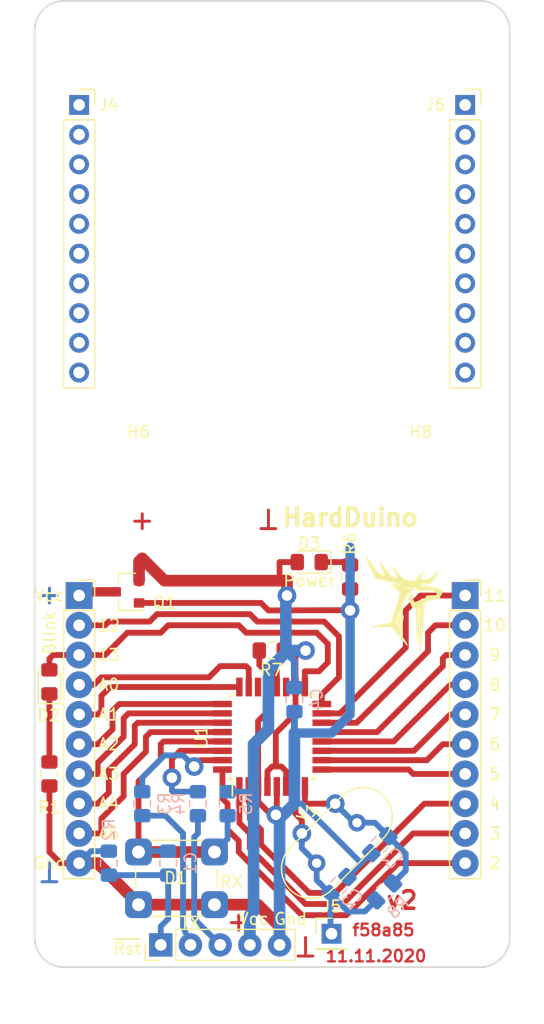
<source format=kicad_pcb>
(kicad_pcb (version 20171130) (host pcbnew "(5.1.8)-1")

  (general
    (thickness 1.6)
    (drawings 41)
    (tracks 287)
    (zones 0)
    (modules 32)
    (nets 35)
  )

  (page A4 portrait)
  (layers
    (0 F.Cu signal)
    (31 B.Cu signal)
    (32 B.Adhes user)
    (33 F.Adhes user)
    (34 B.Paste user)
    (35 F.Paste user)
    (36 B.SilkS user)
    (37 F.SilkS user)
    (38 B.Mask user)
    (39 F.Mask user)
    (40 Dwgs.User user)
    (41 Cmts.User user)
    (42 Eco1.User user)
    (43 Eco2.User user)
    (44 Edge.Cuts user)
    (45 Margin user)
    (46 B.CrtYd user)
    (47 F.CrtYd user)
    (48 B.Fab user)
    (49 F.Fab user)
  )

  (setup
    (last_trace_width 0.25)
    (user_trace_width 0.4)
    (user_trace_width 0.5)
    (user_trace_width 0.6)
    (user_trace_width 0.8)
    (user_trace_width 1)
    (trace_clearance 0.2)
    (zone_clearance 0.508)
    (zone_45_only no)
    (trace_min 0.2)
    (via_size 0.8)
    (via_drill 0.4)
    (via_min_size 0.4)
    (via_min_drill 0.3)
    (user_via 1.6 0.9)
    (uvia_size 0.3)
    (uvia_drill 0.1)
    (uvias_allowed no)
    (uvia_min_size 0.2)
    (uvia_min_drill 0.1)
    (edge_width 0.05)
    (segment_width 0.2)
    (pcb_text_width 0.3)
    (pcb_text_size 1.5 1.5)
    (mod_edge_width 0.12)
    (mod_text_size 1 1)
    (mod_text_width 0.15)
    (pad_size 2.3 2.3)
    (pad_drill 1.1)
    (pad_to_mask_clearance 0.051)
    (solder_mask_min_width 0.1)
    (aux_axis_origin 0 0)
    (visible_elements 7FFFFFFF)
    (pcbplotparams
      (layerselection 0x010fc_ffffffff)
      (usegerberextensions false)
      (usegerberattributes false)
      (usegerberadvancedattributes false)
      (creategerberjobfile false)
      (excludeedgelayer true)
      (linewidth 0.100000)
      (plotframeref false)
      (viasonmask false)
      (mode 1)
      (useauxorigin false)
      (hpglpennumber 1)
      (hpglpenspeed 20)
      (hpglpendiameter 15.000000)
      (psnegative false)
      (psa4output false)
      (plotreference true)
      (plotvalue true)
      (plotinvisibletext false)
      (padsonsilk false)
      (subtractmaskfromsilk false)
      (outputformat 1)
      (mirror false)
      (drillshape 0)
      (scaleselection 1)
      (outputdirectory "gerber/"))
  )

  (net 0 "")
  (net 1 VCC)
  (net 2 /12)
  (net 3 /13)
  (net 4 /A0)
  (net 5 /A1)
  (net 6 /A2)
  (net 7 /A3)
  (net 8 /A4)
  (net 9 /A5)
  (net 10 GND)
  (net 11 /2)
  (net 12 /3)
  (net 13 /4)
  (net 14 /5)
  (net 15 /6)
  (net 16 /7)
  (net 17 /8)
  (net 18 /9)
  (net 19 /10)
  (net 20 /11)
  (net 21 /~RESET)
  (net 22 "Net-(C2-Pad1)")
  (net 23 "Net-(C3-Pad2)")
  (net 24 "Net-(D2-Pad1)")
  (net 25 /TX)
  (net 26 /RX)
  (net 27 "Net-(R3-Pad1)")
  (net 28 "Net-(R4-Pad1)")
  (net 29 "Net-(U1-Pad19)")
  (net 30 "Net-(U1-Pad22)")
  (net 31 /RST)
  (net 32 "Net-(D3-Pad1)")
  (net 33 "Net-(R7-Pad2)")
  (net 34 /Pwr)

  (net_class Default "Это класс цепей по умолчанию."
    (clearance 0.2)
    (trace_width 0.25)
    (via_dia 0.8)
    (via_drill 0.4)
    (uvia_dia 0.3)
    (uvia_drill 0.1)
    (add_net /10)
    (add_net /11)
    (add_net /12)
    (add_net /13)
    (add_net /2)
    (add_net /3)
    (add_net /4)
    (add_net /5)
    (add_net /6)
    (add_net /7)
    (add_net /8)
    (add_net /9)
    (add_net /A0)
    (add_net /A1)
    (add_net /A2)
    (add_net /A3)
    (add_net /A4)
    (add_net /A5)
    (add_net /Pwr)
    (add_net /RST)
    (add_net /RX)
    (add_net /TX)
    (add_net /~RESET)
    (add_net GND)
    (add_net "Net-(C2-Pad1)")
    (add_net "Net-(C3-Pad2)")
    (add_net "Net-(D2-Pad1)")
    (add_net "Net-(D3-Pad1)")
    (add_net "Net-(R3-Pad1)")
    (add_net "Net-(R4-Pad1)")
    (add_net "Net-(R7-Pad2)")
    (add_net "Net-(U1-Pad19)")
    (add_net "Net-(U1-Pad22)")
    (add_net VCC)
  )

  (module MountingHole:MountingHole_3.2mm_M3 (layer F.Cu) (tedit 56D1B4CB) (tstamp 5D79781E)
    (at 77.47 77.47)
    (descr "Mounting Hole 3.2mm, no annular, M3")
    (tags "mounting hole 3.2mm no annular m3")
    (path /5D791BF4)
    (attr virtual)
    (fp_text reference H1 (at -3.81 -4.2) (layer F.SilkS) hide
      (effects (font (size 1 1) (thickness 0.15)))
    )
    (fp_text value MountingHole (at 2.54 -5.08) (layer F.Fab) hide
      (effects (font (size 1 1) (thickness 0.15)))
    )
    (fp_circle (center 0 0) (end 3.2 0) (layer Cmts.User) (width 0.15))
    (fp_circle (center 0 0) (end 3.45 0) (layer F.CrtYd) (width 0.05))
    (fp_text user %R (at 0.3 0) (layer F.Fab)
      (effects (font (size 1 1) (thickness 0.15)))
    )
    (pad 1 np_thru_hole circle (at 0 0) (size 3.2 3.2) (drill 3.2) (layers *.Cu *.Mask))
  )

  (module MountingHole:MountingHole_3.2mm_M3 (layer F.Cu) (tedit 56D1B4CB) (tstamp 5D797826)
    (at 77.47 110.49)
    (descr "Mounting Hole 3.2mm, no annular, M3")
    (tags "mounting hole 3.2mm no annular m3")
    (path /5D793188)
    (attr virtual)
    (fp_text reference H2 (at -3.81 3.81) (layer F.SilkS) hide
      (effects (font (size 1 1) (thickness 0.15)))
    )
    (fp_text value MountingHole (at 3.81 5.08) (layer F.Fab) hide
      (effects (font (size 1 1) (thickness 0.15)))
    )
    (fp_circle (center 0 0) (end 3.45 0) (layer F.CrtYd) (width 0.05))
    (fp_circle (center 0 0) (end 3.2 0) (layer Cmts.User) (width 0.15))
    (fp_text user %R (at 0.3 0) (layer F.Fab)
      (effects (font (size 1 1) (thickness 0.15)))
    )
    (pad 1 np_thru_hole circle (at 0 0) (size 3.2 3.2) (drill 3.2) (layers *.Cu *.Mask))
  )

  (module MountingHole:MountingHole_3.2mm_M3 (layer F.Cu) (tedit 56D1B4CB) (tstamp 5D79782E)
    (at 110.49 77.47)
    (descr "Mounting Hole 3.2mm, no annular, M3")
    (tags "mounting hole 3.2mm no annular m3")
    (path /5D793224)
    (attr virtual)
    (fp_text reference H3 (at 3.81 -3.81) (layer F.SilkS) hide
      (effects (font (size 1 1) (thickness 0.15)))
    )
    (fp_text value MountingHole (at -2.54 -5.08) (layer F.Fab) hide
      (effects (font (size 1 1) (thickness 0.15)))
    )
    (fp_circle (center 0 0) (end 3.2 0) (layer Cmts.User) (width 0.15))
    (fp_circle (center 0 0) (end 3.45 0) (layer F.CrtYd) (width 0.05))
    (fp_text user %R (at 0.3 0) (layer F.Fab)
      (effects (font (size 1 1) (thickness 0.15)))
    )
    (pad 1 np_thru_hole circle (at 0 0) (size 3.2 3.2) (drill 3.2) (layers *.Cu *.Mask))
  )

  (module MountingHole:MountingHole_3.2mm_M3 (layer F.Cu) (tedit 56D1B4CB) (tstamp 5D797836)
    (at 110.49 110.49)
    (descr "Mounting Hole 3.2mm, no annular, M3")
    (tags "mounting hole 3.2mm no annular m3")
    (path /5D7932CC)
    (attr virtual)
    (fp_text reference H4 (at 3.81 3.81) (layer F.SilkS) hide
      (effects (font (size 1 1) (thickness 0.15)))
    )
    (fp_text value MountingHole (at -5.08 5.08) (layer F.Fab) hide
      (effects (font (size 1 1) (thickness 0.15)))
    )
    (fp_circle (center 0 0) (end 3.45 0) (layer F.CrtYd) (width 0.05))
    (fp_circle (center 0 0) (end 3.2 0) (layer Cmts.User) (width 0.15))
    (fp_text user %R (at 0 0) (layer F.Fab)
      (effects (font (size 1 1) (thickness 0.15)))
    )
    (pad 1 np_thru_hole circle (at 0 0) (size 3.2 3.2) (drill 3.2) (layers *.Cu *.Mask))
  )

  (module Connector_PinSocket_2.54mm:PinSocket_1x10_P2.54mm_Vertical (layer F.Cu) (tedit 5ED29C30) (tstamp 5E7BED97)
    (at 77.47 82.55)
    (descr "Through hole straight socket strip, 1x10, 2.54mm pitch, single row (from Kicad 4.0.7), script generated")
    (tags "Through hole socket strip THT 1x10 2.54mm single row")
    (path /5E7C174E)
    (fp_text reference J1 (at -2.8575 -2.2225) (layer F.SilkS) hide
      (effects (font (size 1 1) (thickness 0.15)))
    )
    (fp_text value Conn_01x10_Male (at 0 25.63) (layer F.Fab)
      (effects (font (size 1 1) (thickness 0.15)))
    )
    (fp_line (start -1.8 24.6) (end -1.8 -1.8) (layer F.CrtYd) (width 0.05))
    (fp_line (start 1.75 24.6) (end -1.8 24.6) (layer F.CrtYd) (width 0.05))
    (fp_line (start 1.75 -1.8) (end 1.75 24.6) (layer F.CrtYd) (width 0.05))
    (fp_line (start -1.8 -1.8) (end 1.75 -1.8) (layer F.CrtYd) (width 0.05))
    (fp_line (start 0 -1.33) (end 1.33 -1.33) (layer F.SilkS) (width 0.12))
    (fp_line (start 1.33 -1.33) (end 1.33 0) (layer F.SilkS) (width 0.12))
    (fp_line (start 1.33 1.27) (end 1.33 24.19) (layer F.SilkS) (width 0.12))
    (fp_line (start -1.33 24.19) (end 1.33 24.19) (layer F.SilkS) (width 0.12))
    (fp_line (start -1.33 1.27) (end -1.33 24.19) (layer F.SilkS) (width 0.12))
    (fp_line (start -1.33 1.27) (end 1.33 1.27) (layer F.SilkS) (width 0.12))
    (fp_line (start -1.27 24.13) (end -1.27 -1.27) (layer F.Fab) (width 0.1))
    (fp_line (start 1.27 24.13) (end -1.27 24.13) (layer F.Fab) (width 0.1))
    (fp_line (start 1.27 -0.635) (end 1.27 24.13) (layer F.Fab) (width 0.1))
    (fp_line (start 0.635 -1.27) (end 1.27 -0.635) (layer F.Fab) (width 0.1))
    (fp_line (start -1.27 -1.27) (end 0.635 -1.27) (layer F.Fab) (width 0.1))
    (fp_text user %R (at 0 11.43 90) (layer F.Fab)
      (effects (font (size 1 1) (thickness 0.15)))
    )
    (pad 1 thru_hole rect (at 0 0) (size 2.3 2.3) (drill 1) (layers *.Cu *.Mask)
      (net 34 /Pwr))
    (pad 2 thru_hole oval (at 0 2.54) (size 2.3 2.3) (drill 1) (layers *.Cu *.Mask)
      (net 2 /12))
    (pad 3 thru_hole oval (at 0 5.08) (size 2.3 2.3) (drill 1) (layers *.Cu *.Mask)
      (net 3 /13))
    (pad 4 thru_hole oval (at 0 7.62) (size 2.3 2.3) (drill 1) (layers *.Cu *.Mask)
      (net 4 /A0))
    (pad 5 thru_hole oval (at 0 10.16) (size 2.3 2.3) (drill 1) (layers *.Cu *.Mask)
      (net 5 /A1))
    (pad 6 thru_hole oval (at 0 12.7) (size 2.3 2.3) (drill 1) (layers *.Cu *.Mask)
      (net 6 /A2))
    (pad 7 thru_hole oval (at 0 15.24) (size 2.3 2.3) (drill 1) (layers *.Cu *.Mask)
      (net 7 /A3))
    (pad 8 thru_hole oval (at 0 17.78) (size 2.3 2.3) (drill 1) (layers *.Cu *.Mask)
      (net 8 /A4))
    (pad 9 thru_hole oval (at 0 20.32) (size 2.3 2.3) (drill 1) (layers *.Cu *.Mask)
      (net 9 /A5))
    (pad 10 thru_hole oval (at 0 22.86) (size 2.3 2.3) (drill 1) (layers *.Cu *.Mask)
      (net 10 GND))
    (model ${KISYS3DMOD}/Connector_PinSocket_2.54mm.3dshapes/PinSocket_1x10_P2.54mm_Vertical.wrl
      (at (xyz 0 0 0))
      (scale (xyz 1 1 1))
      (rotate (xyz 0 0 0))
    )
  )

  (module Connector_PinSocket_2.54mm:PinSocket_1x10_P2.54mm_Vertical (layer F.Cu) (tedit 5E9C7DAC) (tstamp 5E7BEDB5)
    (at 110.49 82.55)
    (descr "Through hole straight socket strip, 1x10, 2.54mm pitch, single row (from Kicad 4.0.7), script generated")
    (tags "Through hole socket strip THT 1x10 2.54mm single row")
    (path /5E7C1FC2)
    (fp_text reference J2 (at 2.54 -2.2225) (layer F.SilkS) hide
      (effects (font (size 1 1) (thickness 0.15)))
    )
    (fp_text value Conn_01x10_Male (at 0 25.63) (layer F.Fab)
      (effects (font (size 1 1) (thickness 0.15)))
    )
    (fp_line (start -1.27 -1.27) (end 0.635 -1.27) (layer F.Fab) (width 0.1))
    (fp_line (start 0.635 -1.27) (end 1.27 -0.635) (layer F.Fab) (width 0.1))
    (fp_line (start 1.27 -0.635) (end 1.27 24.13) (layer F.Fab) (width 0.1))
    (fp_line (start 1.27 24.13) (end -1.27 24.13) (layer F.Fab) (width 0.1))
    (fp_line (start -1.27 24.13) (end -1.27 -1.27) (layer F.Fab) (width 0.1))
    (fp_line (start -1.33 1.27) (end 1.33 1.27) (layer F.SilkS) (width 0.12))
    (fp_line (start -1.33 1.27) (end -1.33 24.19) (layer F.SilkS) (width 0.12))
    (fp_line (start -1.33 24.19) (end 1.33 24.19) (layer F.SilkS) (width 0.12))
    (fp_line (start 1.33 1.27) (end 1.33 24.19) (layer F.SilkS) (width 0.12))
    (fp_line (start 1.33 -1.33) (end 1.33 0) (layer F.SilkS) (width 0.12))
    (fp_line (start 0 -1.33) (end 1.33 -1.33) (layer F.SilkS) (width 0.12))
    (fp_line (start -1.8 -1.8) (end 1.75 -1.8) (layer F.CrtYd) (width 0.05))
    (fp_line (start 1.75 -1.8) (end 1.75 24.6) (layer F.CrtYd) (width 0.05))
    (fp_line (start 1.75 24.6) (end -1.8 24.6) (layer F.CrtYd) (width 0.05))
    (fp_line (start -1.8 24.6) (end -1.8 -1.8) (layer F.CrtYd) (width 0.05))
    (fp_text user %R (at 0 11.43 90) (layer F.Fab)
      (effects (font (size 1 1) (thickness 0.15)))
    )
    (pad 10 thru_hole oval (at 0 22.86) (size 2.3 2.3) (drill 1) (layers *.Cu *.Mask)
      (net 11 /2))
    (pad 9 thru_hole oval (at 0 20.32) (size 2.3 2.3) (drill 1) (layers *.Cu *.Mask)
      (net 12 /3))
    (pad 8 thru_hole oval (at 0 17.78) (size 2.3 2.3) (drill 1) (layers *.Cu *.Mask)
      (net 13 /4))
    (pad 7 thru_hole oval (at 0 15.24) (size 2.3 2.3) (drill 1) (layers *.Cu *.Mask)
      (net 14 /5))
    (pad 6 thru_hole oval (at 0 12.7) (size 2.3 2.3) (drill 1) (layers *.Cu *.Mask)
      (net 15 /6))
    (pad 5 thru_hole oval (at 0 10.16) (size 2.3 2.3) (drill 1) (layers *.Cu *.Mask)
      (net 16 /7))
    (pad 4 thru_hole oval (at 0 7.62) (size 2.3 2.3) (drill 1) (layers *.Cu *.Mask)
      (net 17 /8))
    (pad 3 thru_hole oval (at 0 5.08) (size 2.3 2.3) (drill 1) (layers *.Cu *.Mask)
      (net 18 /9))
    (pad 2 thru_hole oval (at 0 2.54) (size 2.3 2.3) (drill 1) (layers *.Cu *.Mask)
      (net 19 /10))
    (pad 1 thru_hole rect (at 0 0) (size 2.3 2.3) (drill 1) (layers *.Cu *.Mask)
      (net 20 /11))
    (model ${KISYS3DMOD}/Connector_PinSocket_2.54mm.3dshapes/PinSocket_1x10_P2.54mm_Vertical.wrl
      (at (xyz 0 0 0))
      (scale (xyz 1 1 1))
      (rotate (xyz 0 0 0))
    )
  )

  (module Capacitor_SMD:C_0805_2012Metric_Pad1.15x1.40mm_HandSolder (layer B.Cu) (tedit 5B36C52B) (tstamp 5EB8AEDA)
    (at 85.09 105.41 270)
    (descr "Capacitor SMD 0805 (2012 Metric), square (rectangular) end terminal, IPC_7351 nominal with elongated pad for handsoldering. (Body size source: https://docs.google.com/spreadsheets/d/1BsfQQcO9C6DZCsRaXUlFlo91Tg2WpOkGARC1WS5S8t0/edit?usp=sharing), generated with kicad-footprint-generator")
    (tags "capacitor handsolder")
    (path /5EBC9668)
    (attr smd)
    (fp_text reference C1 (at 0 -1.905 90) (layer B.SilkS)
      (effects (font (size 1 1) (thickness 0.15)) (justify mirror))
    )
    (fp_text value 0.1uF (at 0 -1.65 90) (layer B.Fab)
      (effects (font (size 1 1) (thickness 0.15)) (justify mirror))
    )
    (fp_line (start 1.85 -0.95) (end -1.85 -0.95) (layer B.CrtYd) (width 0.05))
    (fp_line (start 1.85 0.95) (end 1.85 -0.95) (layer B.CrtYd) (width 0.05))
    (fp_line (start -1.85 0.95) (end 1.85 0.95) (layer B.CrtYd) (width 0.05))
    (fp_line (start -1.85 -0.95) (end -1.85 0.95) (layer B.CrtYd) (width 0.05))
    (fp_line (start -0.261252 -0.71) (end 0.261252 -0.71) (layer B.SilkS) (width 0.12))
    (fp_line (start -0.261252 0.71) (end 0.261252 0.71) (layer B.SilkS) (width 0.12))
    (fp_line (start 1 -0.6) (end -1 -0.6) (layer B.Fab) (width 0.1))
    (fp_line (start 1 0.6) (end 1 -0.6) (layer B.Fab) (width 0.1))
    (fp_line (start -1 0.6) (end 1 0.6) (layer B.Fab) (width 0.1))
    (fp_line (start -1 -0.6) (end -1 0.6) (layer B.Fab) (width 0.1))
    (fp_text user %R (at 0 0 90) (layer B.Fab)
      (effects (font (size 0.5 0.5) (thickness 0.08)) (justify mirror))
    )
    (pad 1 smd roundrect (at -1.025 0 270) (size 1.15 1.4) (layers B.Cu B.Paste B.Mask) (roundrect_rratio 0.217391)
      (net 31 /RST))
    (pad 2 smd roundrect (at 1.025 0 270) (size 1.15 1.4) (layers B.Cu B.Paste B.Mask) (roundrect_rratio 0.217391)
      (net 21 /~RESET))
    (model ${KISYS3DMOD}/Capacitor_SMD.3dshapes/C_0805_2012Metric.wrl
      (at (xyz 0 0 0))
      (scale (xyz 1 1 1))
      (rotate (xyz 0 0 0))
    )
  )

  (module Capacitor_SMD:C_0805_2012Metric_Pad1.15x1.40mm_HandSolder (layer B.Cu) (tedit 5B36C52B) (tstamp 5EB8AEEB)
    (at 99.695 107.315 45)
    (descr "Capacitor SMD 0805 (2012 Metric), square (rectangular) end terminal, IPC_7351 nominal with elongated pad for handsoldering. (Body size source: https://docs.google.com/spreadsheets/d/1BsfQQcO9C6DZCsRaXUlFlo91Tg2WpOkGARC1WS5S8t0/edit?usp=sharing), generated with kicad-footprint-generator")
    (tags "capacitor handsolder")
    (path /5EC2DAD8)
    (attr smd)
    (fp_text reference C2 (at 0 1.65 225) (layer B.SilkS)
      (effects (font (size 1 1) (thickness 0.15)) (justify mirror))
    )
    (fp_text value 22pF (at 0 -1.65 225) (layer B.Fab)
      (effects (font (size 1 1) (thickness 0.15)) (justify mirror))
    )
    (fp_line (start -1 -0.6) (end -1 0.6) (layer B.Fab) (width 0.1))
    (fp_line (start -1 0.6) (end 1 0.6) (layer B.Fab) (width 0.1))
    (fp_line (start 1 0.6) (end 1 -0.6) (layer B.Fab) (width 0.1))
    (fp_line (start 1 -0.6) (end -1 -0.6) (layer B.Fab) (width 0.1))
    (fp_line (start -0.261252 0.71) (end 0.261252 0.71) (layer B.SilkS) (width 0.12))
    (fp_line (start -0.261252 -0.71) (end 0.261252 -0.71) (layer B.SilkS) (width 0.12))
    (fp_line (start -1.85 -0.95) (end -1.85 0.95) (layer B.CrtYd) (width 0.05))
    (fp_line (start -1.85 0.95) (end 1.85 0.95) (layer B.CrtYd) (width 0.05))
    (fp_line (start 1.85 0.95) (end 1.85 -0.95) (layer B.CrtYd) (width 0.05))
    (fp_line (start 1.85 -0.95) (end -1.85 -0.95) (layer B.CrtYd) (width 0.05))
    (fp_text user %R (at 0 0 225) (layer B.Fab)
      (effects (font (size 0.5 0.5) (thickness 0.08)) (justify mirror))
    )
    (pad 2 smd roundrect (at 1.025 0 45) (size 1.15 1.4) (layers B.Cu B.Paste B.Mask) (roundrect_rratio 0.217391)
      (net 10 GND))
    (pad 1 smd roundrect (at -1.025 0 45) (size 1.15 1.4) (layers B.Cu B.Paste B.Mask) (roundrect_rratio 0.217391)
      (net 22 "Net-(C2-Pad1)"))
    (model ${KISYS3DMOD}/Capacitor_SMD.3dshapes/C_0805_2012Metric.wrl
      (at (xyz 0 0 0))
      (scale (xyz 1 1 1))
      (rotate (xyz 0 0 0))
    )
  )

  (module Capacitor_SMD:C_0805_2012Metric_Pad1.15x1.40mm_HandSolder (layer B.Cu) (tedit 5B36C52B) (tstamp 5EB8AEFC)
    (at 103.1875 103.8225 45)
    (descr "Capacitor SMD 0805 (2012 Metric), square (rectangular) end terminal, IPC_7351 nominal with elongated pad for handsoldering. (Body size source: https://docs.google.com/spreadsheets/d/1BsfQQcO9C6DZCsRaXUlFlo91Tg2WpOkGARC1WS5S8t0/edit?usp=sharing), generated with kicad-footprint-generator")
    (tags "capacitor handsolder")
    (path /5EC2E17E)
    (attr smd)
    (fp_text reference C3 (at 0 1.65 225) (layer B.SilkS)
      (effects (font (size 1 1) (thickness 0.15)) (justify mirror))
    )
    (fp_text value 22pF (at 0 -1.65 225) (layer B.Fab)
      (effects (font (size 1 1) (thickness 0.15)) (justify mirror))
    )
    (fp_line (start 1.85 -0.95) (end -1.85 -0.95) (layer B.CrtYd) (width 0.05))
    (fp_line (start 1.85 0.95) (end 1.85 -0.95) (layer B.CrtYd) (width 0.05))
    (fp_line (start -1.85 0.95) (end 1.85 0.95) (layer B.CrtYd) (width 0.05))
    (fp_line (start -1.85 -0.95) (end -1.85 0.95) (layer B.CrtYd) (width 0.05))
    (fp_line (start -0.261252 -0.71) (end 0.261252 -0.71) (layer B.SilkS) (width 0.12))
    (fp_line (start -0.261252 0.71) (end 0.261252 0.71) (layer B.SilkS) (width 0.12))
    (fp_line (start 1 -0.6) (end -1 -0.6) (layer B.Fab) (width 0.1))
    (fp_line (start 1 0.6) (end 1 -0.6) (layer B.Fab) (width 0.1))
    (fp_line (start -1 0.6) (end 1 0.6) (layer B.Fab) (width 0.1))
    (fp_line (start -1 -0.6) (end -1 0.6) (layer B.Fab) (width 0.1))
    (fp_text user %R (at 0 0 225) (layer B.Fab)
      (effects (font (size 0.5 0.5) (thickness 0.08)) (justify mirror))
    )
    (pad 1 smd roundrect (at -1.025 0 45) (size 1.15 1.4) (layers B.Cu B.Paste B.Mask) (roundrect_rratio 0.217391)
      (net 10 GND))
    (pad 2 smd roundrect (at 1.025 0 45) (size 1.15 1.4) (layers B.Cu B.Paste B.Mask) (roundrect_rratio 0.217391)
      (net 23 "Net-(C3-Pad2)"))
    (model ${KISYS3DMOD}/Capacitor_SMD.3dshapes/C_0805_2012Metric.wrl
      (at (xyz 0 0 0))
      (scale (xyz 1 1 1))
      (rotate (xyz 0 0 0))
    )
  )

  (module Capacitor_SMD:C_0805_2012Metric_Pad1.15x1.40mm_HandSolder (layer B.Cu) (tedit 5B36C52B) (tstamp 5EB8AF0D)
    (at 95.885 91.44 90)
    (descr "Capacitor SMD 0805 (2012 Metric), square (rectangular) end terminal, IPC_7351 nominal with elongated pad for handsoldering. (Body size source: https://docs.google.com/spreadsheets/d/1BsfQQcO9C6DZCsRaXUlFlo91Tg2WpOkGARC1WS5S8t0/edit?usp=sharing), generated with kicad-footprint-generator")
    (tags "capacitor handsolder")
    (path /5EC58145)
    (attr smd)
    (fp_text reference C4 (at 0 1.905 90) (layer B.SilkS)
      (effects (font (size 1 1) (thickness 0.15)) (justify mirror))
    )
    (fp_text value 0.1uF (at 0 -1.65 90) (layer B.Fab)
      (effects (font (size 1 1) (thickness 0.15)) (justify mirror))
    )
    (fp_line (start -1 -0.6) (end -1 0.6) (layer B.Fab) (width 0.1))
    (fp_line (start -1 0.6) (end 1 0.6) (layer B.Fab) (width 0.1))
    (fp_line (start 1 0.6) (end 1 -0.6) (layer B.Fab) (width 0.1))
    (fp_line (start 1 -0.6) (end -1 -0.6) (layer B.Fab) (width 0.1))
    (fp_line (start -0.261252 0.71) (end 0.261252 0.71) (layer B.SilkS) (width 0.12))
    (fp_line (start -0.261252 -0.71) (end 0.261252 -0.71) (layer B.SilkS) (width 0.12))
    (fp_line (start -1.85 -0.95) (end -1.85 0.95) (layer B.CrtYd) (width 0.05))
    (fp_line (start -1.85 0.95) (end 1.85 0.95) (layer B.CrtYd) (width 0.05))
    (fp_line (start 1.85 0.95) (end 1.85 -0.95) (layer B.CrtYd) (width 0.05))
    (fp_line (start 1.85 -0.95) (end -1.85 -0.95) (layer B.CrtYd) (width 0.05))
    (fp_text user %R (at 0 0 90) (layer B.Fab)
      (effects (font (size 0.5 0.5) (thickness 0.08)) (justify mirror))
    )
    (pad 2 smd roundrect (at 1.025 0 90) (size 1.15 1.4) (layers B.Cu B.Paste B.Mask) (roundrect_rratio 0.217391)
      (net 1 VCC))
    (pad 1 smd roundrect (at -1.025 0 90) (size 1.15 1.4) (layers B.Cu B.Paste B.Mask) (roundrect_rratio 0.217391)
      (net 10 GND))
    (model ${KISYS3DMOD}/Capacitor_SMD.3dshapes/C_0805_2012Metric.wrl
      (at (xyz 0 0 0))
      (scale (xyz 1 1 1))
      (rotate (xyz 0 0 0))
    )
  )

  (module CommonLibrary:6x6-tact-btn (layer F.Cu) (tedit 5ED9629E) (tstamp 5EB8AF2B)
    (at 82.55 104.4575)
    (path /5EC46676)
    (fp_text reference D1 (at 3.175 2.2225) (layer F.SilkS)
      (effects (font (size 1 1) (thickness 0.15)))
    )
    (fp_text value 6x6-tact-btn (at 0 -0.5) (layer F.Fab)
      (effects (font (size 1 1) (thickness 0.15)))
    )
    (fp_circle (center 3.25 2.25) (end 1.25 2.5) (layer F.Fab) (width 0.1))
    (fp_line (start 6.75 3) (end 6.75 1.5) (layer F.SilkS) (width 0.12))
    (fp_line (start 5.5 -1) (end 1 -1) (layer F.SilkS) (width 0.12))
    (fp_line (start -0.25 1.5) (end -0.25 3) (layer F.SilkS) (width 0.12))
    (fp_line (start 1 5.5) (end 5.5 5.5) (layer F.SilkS) (width 0.12))
    (fp_line (start 8 -1.25) (end 8 5.75) (layer F.CrtYd) (width 0.05))
    (fp_line (start 7.75 6) (end -1.25 6) (layer F.CrtYd) (width 0.05))
    (fp_line (start -1.5 5.75) (end -1.5 -1.25) (layer F.CrtYd) (width 0.05))
    (fp_line (start -1.25 -1.5) (end 7.75 -1.5) (layer F.CrtYd) (width 0.05))
    (fp_line (start -1.5 6) (end -1.25 6) (layer F.CrtYd) (width 0.05))
    (fp_line (start -1.5 5.75) (end -1.5 6) (layer F.CrtYd) (width 0.05))
    (fp_line (start -1.5 -1.5) (end -1.25 -1.5) (layer F.CrtYd) (width 0.05))
    (fp_line (start -1.5 -1.25) (end -1.5 -1.5) (layer F.CrtYd) (width 0.05))
    (fp_line (start 8 -1.5) (end 8 -1.25) (layer F.CrtYd) (width 0.05))
    (fp_line (start 7.75 -1.5) (end 8 -1.5) (layer F.CrtYd) (width 0.05))
    (fp_line (start 8 6) (end 8 5.75) (layer F.CrtYd) (width 0.05))
    (fp_line (start 7.75 6) (end 8 6) (layer F.CrtYd) (width 0.05))
    (fp_line (start 0.25 -0.75) (end 3.25 -0.75) (layer F.Fab) (width 0.1))
    (fp_line (start 0.25 5.25) (end 0.25 -0.75) (layer F.Fab) (width 0.1))
    (fp_line (start 6.25 5.25) (end 0.25 5.25) (layer F.Fab) (width 0.1))
    (fp_line (start 6.25 -0.75) (end 6.25 5.25) (layer F.Fab) (width 0.1))
    (fp_line (start 3.25 -0.75) (end 6.25 -0.75) (layer F.Fab) (width 0.1))
    (pad 2 thru_hole roundrect (at 0 4.5 90) (size 2.3 2.3) (drill 1.1) (layers *.Cu *.Mask) (roundrect_rratio 0.25)
      (net 10 GND))
    (pad 1 thru_hole roundrect (at 0 0 90) (size 2.3 2.3) (drill 1.1) (layers *.Cu *.Mask) (roundrect_rratio 0.25)
      (net 31 /RST))
    (pad 2 thru_hole roundrect (at 6.5 4.5 90) (size 2.3 2.3) (drill 1.1) (layers *.Cu *.Mask) (roundrect_rratio 0.25)
      (net 10 GND))
    (pad 1 thru_hole roundrect (at 6.5 0 90) (size 2.3 2.3) (drill 1.1) (layers *.Cu *.Mask) (roundrect_rratio 0.25)
      (net 31 /RST))
  )

  (module LED_SMD:LED_0805_2012Metric_Pad1.15x1.40mm_HandSolder (layer F.Cu) (tedit 5B4B45C9) (tstamp 5EB8AF3E)
    (at 74.93 89.925 90)
    (descr "LED SMD 0805 (2012 Metric), square (rectangular) end terminal, IPC_7351 nominal, (Body size source: https://docs.google.com/spreadsheets/d/1BsfQQcO9C6DZCsRaXUlFlo91Tg2WpOkGARC1WS5S8t0/edit?usp=sharing), generated with kicad-footprint-generator")
    (tags "LED handsolder")
    (path /5EC11726)
    (attr smd)
    (fp_text reference D2 (at -2.8575 -0.0725) (layer F.SilkS)
      (effects (font (size 1 1) (thickness 0.15)))
    )
    (fp_text value LED (at 3.175 -0.0725 -90) (layer F.Fab)
      (effects (font (size 1 1) (thickness 0.15)))
    )
    (fp_line (start 1.85 0.95) (end -1.85 0.95) (layer F.CrtYd) (width 0.05))
    (fp_line (start 1.85 -0.95) (end 1.85 0.95) (layer F.CrtYd) (width 0.05))
    (fp_line (start -1.85 -0.95) (end 1.85 -0.95) (layer F.CrtYd) (width 0.05))
    (fp_line (start -1.85 0.95) (end -1.85 -0.95) (layer F.CrtYd) (width 0.05))
    (fp_line (start -1.86 0.96) (end 1 0.96) (layer F.SilkS) (width 0.12))
    (fp_line (start -1.86 -0.96) (end -1.86 0.96) (layer F.SilkS) (width 0.12))
    (fp_line (start 1 -0.96) (end -1.86 -0.96) (layer F.SilkS) (width 0.12))
    (fp_line (start 1 0.6) (end 1 -0.6) (layer F.Fab) (width 0.1))
    (fp_line (start -1 0.6) (end 1 0.6) (layer F.Fab) (width 0.1))
    (fp_line (start -1 -0.3) (end -1 0.6) (layer F.Fab) (width 0.1))
    (fp_line (start -0.7 -0.6) (end -1 -0.3) (layer F.Fab) (width 0.1))
    (fp_line (start 1 -0.6) (end -0.7 -0.6) (layer F.Fab) (width 0.1))
    (fp_text user %R (at 0 0 -90) (layer F.Fab)
      (effects (font (size 0.5 0.5) (thickness 0.08)))
    )
    (pad 1 smd roundrect (at -1.025 0 90) (size 1.15 1.4) (layers F.Cu F.Paste F.Mask) (roundrect_rratio 0.217391)
      (net 24 "Net-(D2-Pad1)"))
    (pad 2 smd roundrect (at 1.025 0 90) (size 1.15 1.4) (layers F.Cu F.Paste F.Mask) (roundrect_rratio 0.217391)
      (net 3 /13))
    (model ${KISYS3DMOD}/LED_SMD.3dshapes/LED_0805_2012Metric.wrl
      (at (xyz 0 0 0))
      (scale (xyz 1 1 1))
      (rotate (xyz 0 0 0))
    )
  )

  (module Connector_PinHeader_2.54mm:PinHeader_1x05_P2.54mm_Vertical (layer F.Cu) (tedit 5EB870FF) (tstamp 5EB8AF57)
    (at 84.455 112.395 90)
    (descr "Through hole straight pin header, 1x05, 2.54mm pitch, single row")
    (tags "Through hole pin header THT 1x05 2.54mm single row")
    (path /5EBCC8CB)
    (fp_text reference J3 (at 0 -2.33 90) (layer F.SilkS) hide
      (effects (font (size 1 1) (thickness 0.15)))
    )
    (fp_text value Conn_01x05_Male (at 0 12.49 90) (layer F.Fab)
      (effects (font (size 1 1) (thickness 0.15)))
    )
    (fp_line (start 1.8 -1.8) (end -1.8 -1.8) (layer F.CrtYd) (width 0.05))
    (fp_line (start 1.8 11.95) (end 1.8 -1.8) (layer F.CrtYd) (width 0.05))
    (fp_line (start -1.8 11.95) (end 1.8 11.95) (layer F.CrtYd) (width 0.05))
    (fp_line (start -1.8 -1.8) (end -1.8 11.95) (layer F.CrtYd) (width 0.05))
    (fp_line (start -1.33 -1.33) (end 0 -1.33) (layer F.SilkS) (width 0.12))
    (fp_line (start -1.33 0) (end -1.33 -1.33) (layer F.SilkS) (width 0.12))
    (fp_line (start -1.33 1.27) (end 1.33 1.27) (layer F.SilkS) (width 0.12))
    (fp_line (start 1.33 1.27) (end 1.33 11.49) (layer F.SilkS) (width 0.12))
    (fp_line (start -1.33 1.27) (end -1.33 11.49) (layer F.SilkS) (width 0.12))
    (fp_line (start -1.33 11.49) (end 1.33 11.49) (layer F.SilkS) (width 0.12))
    (fp_line (start -1.27 -0.635) (end -0.635 -1.27) (layer F.Fab) (width 0.1))
    (fp_line (start -1.27 11.43) (end -1.27 -0.635) (layer F.Fab) (width 0.1))
    (fp_line (start 1.27 11.43) (end -1.27 11.43) (layer F.Fab) (width 0.1))
    (fp_line (start 1.27 -1.27) (end 1.27 11.43) (layer F.Fab) (width 0.1))
    (fp_line (start -0.635 -1.27) (end 1.27 -1.27) (layer F.Fab) (width 0.1))
    (fp_text user %R (at 0 5.08) (layer F.Fab)
      (effects (font (size 1 1) (thickness 0.15)))
    )
    (pad 1 thru_hole rect (at 0 0 90) (size 2 2) (drill 1) (layers *.Cu *.Mask)
      (net 21 /~RESET))
    (pad 2 thru_hole oval (at 0 2.54 90) (size 2 2) (drill 1) (layers *.Cu *.Mask)
      (net 25 /TX))
    (pad 3 thru_hole oval (at 0 5.08 90) (size 2 2) (drill 1) (layers *.Cu *.Mask)
      (net 26 /RX))
    (pad 4 thru_hole oval (at 0 7.62 90) (size 2 2) (drill 1) (layers *.Cu *.Mask)
      (net 1 VCC))
    (pad 5 thru_hole oval (at 0 10.16 90) (size 2 2) (drill 1) (layers *.Cu *.Mask)
      (net 10 GND))
    (model ${KISYS3DMOD}/Connector_PinHeader_2.54mm.3dshapes/PinHeader_1x05_P2.54mm_Vertical.wrl
      (at (xyz 0 0 0))
      (scale (xyz 1 1 1))
      (rotate (xyz 0 0 0))
    )
  )

  (module Resistor_SMD:R_0805_2012Metric_Pad1.15x1.40mm_HandSolder (layer F.Cu) (tedit 5B36C52B) (tstamp 5EB8AF68)
    (at 74.93 97.79 270)
    (descr "Resistor SMD 0805 (2012 Metric), square (rectangular) end terminal, IPC_7351 nominal with elongated pad for handsoldering. (Body size source: https://docs.google.com/spreadsheets/d/1BsfQQcO9C6DZCsRaXUlFlo91Tg2WpOkGARC1WS5S8t0/edit?usp=sharing), generated with kicad-footprint-generator")
    (tags "resistor handsolder")
    (path /5EC11FBF)
    (attr smd)
    (fp_text reference R1 (at 2.8575 0) (layer F.SilkS)
      (effects (font (size 1 1) (thickness 0.15)))
    )
    (fp_text value 1k (at -2.8575 0 270) (layer F.Fab)
      (effects (font (size 1 1) (thickness 0.15)))
    )
    (fp_line (start 1.85 0.95) (end -1.85 0.95) (layer F.CrtYd) (width 0.05))
    (fp_line (start 1.85 -0.95) (end 1.85 0.95) (layer F.CrtYd) (width 0.05))
    (fp_line (start -1.85 -0.95) (end 1.85 -0.95) (layer F.CrtYd) (width 0.05))
    (fp_line (start -1.85 0.95) (end -1.85 -0.95) (layer F.CrtYd) (width 0.05))
    (fp_line (start -0.261252 0.71) (end 0.261252 0.71) (layer F.SilkS) (width 0.12))
    (fp_line (start -0.261252 -0.71) (end 0.261252 -0.71) (layer F.SilkS) (width 0.12))
    (fp_line (start 1 0.6) (end -1 0.6) (layer F.Fab) (width 0.1))
    (fp_line (start 1 -0.6) (end 1 0.6) (layer F.Fab) (width 0.1))
    (fp_line (start -1 -0.6) (end 1 -0.6) (layer F.Fab) (width 0.1))
    (fp_line (start -1 0.6) (end -1 -0.6) (layer F.Fab) (width 0.1))
    (fp_text user %R (at 0 0 270) (layer F.Fab)
      (effects (font (size 0.5 0.5) (thickness 0.08)))
    )
    (pad 1 smd roundrect (at -1.025 0 270) (size 1.15 1.4) (layers F.Cu F.Paste F.Mask) (roundrect_rratio 0.217391)
      (net 24 "Net-(D2-Pad1)"))
    (pad 2 smd roundrect (at 1.025 0 270) (size 1.15 1.4) (layers F.Cu F.Paste F.Mask) (roundrect_rratio 0.217391)
      (net 10 GND))
    (model ${KISYS3DMOD}/Resistor_SMD.3dshapes/R_0805_2012Metric.wrl
      (at (xyz 0 0 0))
      (scale (xyz 1 1 1))
      (rotate (xyz 0 0 0))
    )
  )

  (module Resistor_SMD:R_0805_2012Metric_Pad1.15x1.40mm_HandSolder (layer B.Cu) (tedit 5B36C52B) (tstamp 5EB8AF79)
    (at 80.01 105.41 270)
    (descr "Resistor SMD 0805 (2012 Metric), square (rectangular) end terminal, IPC_7351 nominal with elongated pad for handsoldering. (Body size source: https://docs.google.com/spreadsheets/d/1BsfQQcO9C6DZCsRaXUlFlo91Tg2WpOkGARC1WS5S8t0/edit?usp=sharing), generated with kicad-footprint-generator")
    (tags "resistor handsolder")
    (path /5EBC9A5E)
    (attr smd)
    (fp_text reference R2 (at -2.8575 0 90) (layer B.SilkS)
      (effects (font (size 1 1) (thickness 0.15)) (justify mirror))
    )
    (fp_text value 1k (at 0 -1.65 90) (layer B.Fab)
      (effects (font (size 1 1) (thickness 0.15)) (justify mirror))
    )
    (fp_line (start -1 -0.6) (end -1 0.6) (layer B.Fab) (width 0.1))
    (fp_line (start -1 0.6) (end 1 0.6) (layer B.Fab) (width 0.1))
    (fp_line (start 1 0.6) (end 1 -0.6) (layer B.Fab) (width 0.1))
    (fp_line (start 1 -0.6) (end -1 -0.6) (layer B.Fab) (width 0.1))
    (fp_line (start -0.261252 0.71) (end 0.261252 0.71) (layer B.SilkS) (width 0.12))
    (fp_line (start -0.261252 -0.71) (end 0.261252 -0.71) (layer B.SilkS) (width 0.12))
    (fp_line (start -1.85 -0.95) (end -1.85 0.95) (layer B.CrtYd) (width 0.05))
    (fp_line (start -1.85 0.95) (end 1.85 0.95) (layer B.CrtYd) (width 0.05))
    (fp_line (start 1.85 0.95) (end 1.85 -0.95) (layer B.CrtYd) (width 0.05))
    (fp_line (start 1.85 -0.95) (end -1.85 -0.95) (layer B.CrtYd) (width 0.05))
    (fp_text user %R (at 0 0 90) (layer B.Fab)
      (effects (font (size 0.5 0.5) (thickness 0.08)) (justify mirror))
    )
    (pad 2 smd roundrect (at 1.025 0 270) (size 1.15 1.4) (layers B.Cu B.Paste B.Mask) (roundrect_rratio 0.217391)
      (net 21 /~RESET))
    (pad 1 smd roundrect (at -1.025 0 270) (size 1.15 1.4) (layers B.Cu B.Paste B.Mask) (roundrect_rratio 0.217391)
      (net 10 GND))
    (model ${KISYS3DMOD}/Resistor_SMD.3dshapes/R_0805_2012Metric.wrl
      (at (xyz 0 0 0))
      (scale (xyz 1 1 1))
      (rotate (xyz 0 0 0))
    )
  )

  (module Resistor_SMD:R_0805_2012Metric_Pad1.15x1.40mm_HandSolder (layer B.Cu) (tedit 5B36C52B) (tstamp 5EB8AF8A)
    (at 82.8675 100.33 270)
    (descr "Resistor SMD 0805 (2012 Metric), square (rectangular) end terminal, IPC_7351 nominal with elongated pad for handsoldering. (Body size source: https://docs.google.com/spreadsheets/d/1BsfQQcO9C6DZCsRaXUlFlo91Tg2WpOkGARC1WS5S8t0/edit?usp=sharing), generated with kicad-footprint-generator")
    (tags "resistor handsolder")
    (path /5EBCA008)
    (attr smd)
    (fp_text reference R3 (at 0 -1.905 270) (layer B.SilkS)
      (effects (font (size 1 1) (thickness 0.15)) (justify mirror))
    )
    (fp_text value 1k (at 0 -1.65 270) (layer B.Fab)
      (effects (font (size 1 1) (thickness 0.15)) (justify mirror))
    )
    (fp_line (start -1 -0.6) (end -1 0.6) (layer B.Fab) (width 0.1))
    (fp_line (start -1 0.6) (end 1 0.6) (layer B.Fab) (width 0.1))
    (fp_line (start 1 0.6) (end 1 -0.6) (layer B.Fab) (width 0.1))
    (fp_line (start 1 -0.6) (end -1 -0.6) (layer B.Fab) (width 0.1))
    (fp_line (start -0.261252 0.71) (end 0.261252 0.71) (layer B.SilkS) (width 0.12))
    (fp_line (start -0.261252 -0.71) (end 0.261252 -0.71) (layer B.SilkS) (width 0.12))
    (fp_line (start -1.85 -0.95) (end -1.85 0.95) (layer B.CrtYd) (width 0.05))
    (fp_line (start -1.85 0.95) (end 1.85 0.95) (layer B.CrtYd) (width 0.05))
    (fp_line (start 1.85 0.95) (end 1.85 -0.95) (layer B.CrtYd) (width 0.05))
    (fp_line (start 1.85 -0.95) (end -1.85 -0.95) (layer B.CrtYd) (width 0.05))
    (fp_text user %R (at 0 0 270) (layer B.Fab)
      (effects (font (size 0.5 0.5) (thickness 0.08)) (justify mirror))
    )
    (pad 2 smd roundrect (at 1.025 0 270) (size 1.15 1.4) (layers B.Cu B.Paste B.Mask) (roundrect_rratio 0.217391)
      (net 25 /TX))
    (pad 1 smd roundrect (at -1.025 0 270) (size 1.15 1.4) (layers B.Cu B.Paste B.Mask) (roundrect_rratio 0.217391)
      (net 27 "Net-(R3-Pad1)"))
    (model ${KISYS3DMOD}/Resistor_SMD.3dshapes/R_0805_2012Metric.wrl
      (at (xyz 0 0 0))
      (scale (xyz 1 1 1))
      (rotate (xyz 0 0 0))
    )
  )

  (module Resistor_SMD:R_0805_2012Metric_Pad1.15x1.40mm_HandSolder (layer B.Cu) (tedit 5B36C52B) (tstamp 5EB8AF9B)
    (at 87.63 100.33 270)
    (descr "Resistor SMD 0805 (2012 Metric), square (rectangular) end terminal, IPC_7351 nominal with elongated pad for handsoldering. (Body size source: https://docs.google.com/spreadsheets/d/1BsfQQcO9C6DZCsRaXUlFlo91Tg2WpOkGARC1WS5S8t0/edit?usp=sharing), generated with kicad-footprint-generator")
    (tags "resistor handsolder")
    (path /5EBC9D64)
    (attr smd)
    (fp_text reference R4 (at 0 1.65 270) (layer B.SilkS)
      (effects (font (size 1 1) (thickness 0.15)) (justify mirror))
    )
    (fp_text value 1k (at 0 -1.65 270) (layer B.Fab)
      (effects (font (size 1 1) (thickness 0.15)) (justify mirror))
    )
    (fp_line (start 1.85 -0.95) (end -1.85 -0.95) (layer B.CrtYd) (width 0.05))
    (fp_line (start 1.85 0.95) (end 1.85 -0.95) (layer B.CrtYd) (width 0.05))
    (fp_line (start -1.85 0.95) (end 1.85 0.95) (layer B.CrtYd) (width 0.05))
    (fp_line (start -1.85 -0.95) (end -1.85 0.95) (layer B.CrtYd) (width 0.05))
    (fp_line (start -0.261252 -0.71) (end 0.261252 -0.71) (layer B.SilkS) (width 0.12))
    (fp_line (start -0.261252 0.71) (end 0.261252 0.71) (layer B.SilkS) (width 0.12))
    (fp_line (start 1 -0.6) (end -1 -0.6) (layer B.Fab) (width 0.1))
    (fp_line (start 1 0.6) (end 1 -0.6) (layer B.Fab) (width 0.1))
    (fp_line (start -1 0.6) (end 1 0.6) (layer B.Fab) (width 0.1))
    (fp_line (start -1 -0.6) (end -1 0.6) (layer B.Fab) (width 0.1))
    (fp_text user %R (at 0 0 270) (layer B.Fab)
      (effects (font (size 0.5 0.5) (thickness 0.08)) (justify mirror))
    )
    (pad 1 smd roundrect (at -1.025 0 270) (size 1.15 1.4) (layers B.Cu B.Paste B.Mask) (roundrect_rratio 0.217391)
      (net 28 "Net-(R4-Pad1)"))
    (pad 2 smd roundrect (at 1.025 0 270) (size 1.15 1.4) (layers B.Cu B.Paste B.Mask) (roundrect_rratio 0.217391)
      (net 26 /RX))
    (model ${KISYS3DMOD}/Resistor_SMD.3dshapes/R_0805_2012Metric.wrl
      (at (xyz 0 0 0))
      (scale (xyz 1 1 1))
      (rotate (xyz 0 0 0))
    )
  )

  (module Resistor_SMD:R_0805_2012Metric_Pad1.15x1.40mm_HandSolder (layer B.Cu) (tedit 5B36C52B) (tstamp 5EB8AFAC)
    (at 90.17 100.33 270)
    (descr "Resistor SMD 0805 (2012 Metric), square (rectangular) end terminal, IPC_7351 nominal with elongated pad for handsoldering. (Body size source: https://docs.google.com/spreadsheets/d/1BsfQQcO9C6DZCsRaXUlFlo91Tg2WpOkGARC1WS5S8t0/edit?usp=sharing), generated with kicad-footprint-generator")
    (tags "resistor handsolder")
    (path /5EBC907D)
    (attr smd)
    (fp_text reference R5 (at 0 -1.5875 90) (layer B.SilkS)
      (effects (font (size 1 1) (thickness 0.15)) (justify mirror))
    )
    (fp_text value 10k (at 0 -1.65 90) (layer B.Fab)
      (effects (font (size 1 1) (thickness 0.15)) (justify mirror))
    )
    (fp_line (start 1.85 -0.95) (end -1.85 -0.95) (layer B.CrtYd) (width 0.05))
    (fp_line (start 1.85 0.95) (end 1.85 -0.95) (layer B.CrtYd) (width 0.05))
    (fp_line (start -1.85 0.95) (end 1.85 0.95) (layer B.CrtYd) (width 0.05))
    (fp_line (start -1.85 -0.95) (end -1.85 0.95) (layer B.CrtYd) (width 0.05))
    (fp_line (start -0.261252 -0.71) (end 0.261252 -0.71) (layer B.SilkS) (width 0.12))
    (fp_line (start -0.261252 0.71) (end 0.261252 0.71) (layer B.SilkS) (width 0.12))
    (fp_line (start 1 -0.6) (end -1 -0.6) (layer B.Fab) (width 0.1))
    (fp_line (start 1 0.6) (end 1 -0.6) (layer B.Fab) (width 0.1))
    (fp_line (start -1 0.6) (end 1 0.6) (layer B.Fab) (width 0.1))
    (fp_line (start -1 -0.6) (end -1 0.6) (layer B.Fab) (width 0.1))
    (fp_text user %R (at 0 0 90) (layer B.Fab)
      (effects (font (size 0.5 0.5) (thickness 0.08)) (justify mirror))
    )
    (pad 1 smd roundrect (at -1.025 0 270) (size 1.15 1.4) (layers B.Cu B.Paste B.Mask) (roundrect_rratio 0.217391)
      (net 1 VCC))
    (pad 2 smd roundrect (at 1.025 0 270) (size 1.15 1.4) (layers B.Cu B.Paste B.Mask) (roundrect_rratio 0.217391)
      (net 31 /RST))
    (model ${KISYS3DMOD}/Resistor_SMD.3dshapes/R_0805_2012Metric.wrl
      (at (xyz 0 0 0))
      (scale (xyz 1 1 1))
      (rotate (xyz 0 0 0))
    )
  )

  (module Package_QFP:TQFP-32_7x7mm_P0.8mm (layer F.Cu) (tedit 5A02F146) (tstamp 5EB8AFE3)
    (at 93.98 94.615 90)
    (descr "32-Lead Plastic Thin Quad Flatpack (PT) - 7x7x1.0 mm Body, 2.00 mm [TQFP] (see Microchip Packaging Specification 00000049BS.pdf)")
    (tags "QFP 0.8")
    (path /5EB8B637)
    (attr smd)
    (fp_text reference U1 (at 0 -6.05 90) (layer F.SilkS)
      (effects (font (size 1 1) (thickness 0.15)))
    )
    (fp_text value ATmega328P-AU (at 0 6.05 90) (layer F.Fab)
      (effects (font (size 1 1) (thickness 0.15)))
    )
    (fp_line (start -3.625 -3.4) (end -5.05 -3.4) (layer F.SilkS) (width 0.15))
    (fp_line (start 3.625 -3.625) (end 3.3 -3.625) (layer F.SilkS) (width 0.15))
    (fp_line (start 3.625 3.625) (end 3.3 3.625) (layer F.SilkS) (width 0.15))
    (fp_line (start -3.625 3.625) (end -3.3 3.625) (layer F.SilkS) (width 0.15))
    (fp_line (start -3.625 -3.625) (end -3.3 -3.625) (layer F.SilkS) (width 0.15))
    (fp_line (start -3.625 3.625) (end -3.625 3.3) (layer F.SilkS) (width 0.15))
    (fp_line (start 3.625 3.625) (end 3.625 3.3) (layer F.SilkS) (width 0.15))
    (fp_line (start 3.625 -3.625) (end 3.625 -3.3) (layer F.SilkS) (width 0.15))
    (fp_line (start -3.625 -3.625) (end -3.625 -3.4) (layer F.SilkS) (width 0.15))
    (fp_line (start -5.3 5.3) (end 5.3 5.3) (layer F.CrtYd) (width 0.05))
    (fp_line (start -5.3 -5.3) (end 5.3 -5.3) (layer F.CrtYd) (width 0.05))
    (fp_line (start 5.3 -5.3) (end 5.3 5.3) (layer F.CrtYd) (width 0.05))
    (fp_line (start -5.3 -5.3) (end -5.3 5.3) (layer F.CrtYd) (width 0.05))
    (fp_line (start -3.5 -2.5) (end -2.5 -3.5) (layer F.Fab) (width 0.15))
    (fp_line (start -3.5 3.5) (end -3.5 -2.5) (layer F.Fab) (width 0.15))
    (fp_line (start 3.5 3.5) (end -3.5 3.5) (layer F.Fab) (width 0.15))
    (fp_line (start 3.5 -3.5) (end 3.5 3.5) (layer F.Fab) (width 0.15))
    (fp_line (start -2.5 -3.5) (end 3.5 -3.5) (layer F.Fab) (width 0.15))
    (fp_text user %R (at 0 0 90) (layer F.Fab)
      (effects (font (size 1 1) (thickness 0.15)))
    )
    (pad 1 smd rect (at -4.25 -2.8 90) (size 1.6 0.55) (layers F.Cu F.Paste F.Mask)
      (net 12 /3))
    (pad 2 smd rect (at -4.25 -2 90) (size 1.6 0.55) (layers F.Cu F.Paste F.Mask)
      (net 13 /4))
    (pad 3 smd rect (at -4.25 -1.2 90) (size 1.6 0.55) (layers F.Cu F.Paste F.Mask)
      (net 10 GND))
    (pad 4 smd rect (at -4.25 -0.4 90) (size 1.6 0.55) (layers F.Cu F.Paste F.Mask)
      (net 1 VCC))
    (pad 5 smd rect (at -4.25 0.4 90) (size 1.6 0.55) (layers F.Cu F.Paste F.Mask)
      (net 10 GND))
    (pad 6 smd rect (at -4.25 1.2 90) (size 1.6 0.55) (layers F.Cu F.Paste F.Mask)
      (net 1 VCC))
    (pad 7 smd rect (at -4.25 2 90) (size 1.6 0.55) (layers F.Cu F.Paste F.Mask)
      (net 22 "Net-(C2-Pad1)"))
    (pad 8 smd rect (at -4.25 2.8 90) (size 1.6 0.55) (layers F.Cu F.Paste F.Mask)
      (net 23 "Net-(C3-Pad2)"))
    (pad 9 smd rect (at -2.8 4.25 180) (size 1.6 0.55) (layers F.Cu F.Paste F.Mask)
      (net 14 /5))
    (pad 10 smd rect (at -2 4.25 180) (size 1.6 0.55) (layers F.Cu F.Paste F.Mask)
      (net 15 /6))
    (pad 11 smd rect (at -1.2 4.25 180) (size 1.6 0.55) (layers F.Cu F.Paste F.Mask)
      (net 16 /7))
    (pad 12 smd rect (at -0.4 4.25 180) (size 1.6 0.55) (layers F.Cu F.Paste F.Mask)
      (net 17 /8))
    (pad 13 smd rect (at 0.4 4.25 180) (size 1.6 0.55) (layers F.Cu F.Paste F.Mask)
      (net 18 /9))
    (pad 14 smd rect (at 1.2 4.25 180) (size 1.6 0.55) (layers F.Cu F.Paste F.Mask)
      (net 19 /10))
    (pad 15 smd rect (at 2 4.25 180) (size 1.6 0.55) (layers F.Cu F.Paste F.Mask)
      (net 20 /11))
    (pad 16 smd rect (at 2.8 4.25 180) (size 1.6 0.55) (layers F.Cu F.Paste F.Mask)
      (net 2 /12))
    (pad 17 smd rect (at 4.25 2.8 90) (size 1.6 0.55) (layers F.Cu F.Paste F.Mask)
      (net 3 /13))
    (pad 18 smd rect (at 4.25 2 90) (size 1.6 0.55) (layers F.Cu F.Paste F.Mask)
      (net 1 VCC))
    (pad 19 smd rect (at 4.25 1.2 90) (size 1.6 0.55) (layers F.Cu F.Paste F.Mask)
      (net 29 "Net-(U1-Pad19)"))
    (pad 20 smd rect (at 4.25 0.4 90) (size 1.6 0.55) (layers F.Cu F.Paste F.Mask)
      (net 33 "Net-(R7-Pad2)"))
    (pad 21 smd rect (at 4.25 -0.4 90) (size 1.6 0.55) (layers F.Cu F.Paste F.Mask)
      (net 10 GND))
    (pad 22 smd rect (at 4.25 -1.2 90) (size 1.6 0.55) (layers F.Cu F.Paste F.Mask)
      (net 30 "Net-(U1-Pad22)"))
    (pad 23 smd rect (at 4.25 -2 90) (size 1.6 0.55) (layers F.Cu F.Paste F.Mask)
      (net 4 /A0))
    (pad 24 smd rect (at 4.25 -2.8 90) (size 1.6 0.55) (layers F.Cu F.Paste F.Mask)
      (net 5 /A1))
    (pad 25 smd rect (at 2.8 -4.25 180) (size 1.6 0.55) (layers F.Cu F.Paste F.Mask)
      (net 6 /A2))
    (pad 26 smd rect (at 2 -4.25 180) (size 1.6 0.55) (layers F.Cu F.Paste F.Mask)
      (net 7 /A3))
    (pad 27 smd rect (at 1.2 -4.25 180) (size 1.6 0.55) (layers F.Cu F.Paste F.Mask)
      (net 8 /A4))
    (pad 28 smd rect (at 0.4 -4.25 180) (size 1.6 0.55) (layers F.Cu F.Paste F.Mask)
      (net 9 /A5))
    (pad 29 smd rect (at -0.4 -4.25 180) (size 1.6 0.55) (layers F.Cu F.Paste F.Mask)
      (net 31 /RST))
    (pad 30 smd rect (at -1.2 -4.25 180) (size 1.6 0.55) (layers F.Cu F.Paste F.Mask)
      (net 28 "Net-(R4-Pad1)"))
    (pad 31 smd rect (at -2 -4.25 180) (size 1.6 0.55) (layers F.Cu F.Paste F.Mask)
      (net 27 "Net-(R3-Pad1)"))
    (pad 32 smd rect (at -2.8 -4.25 180) (size 1.6 0.55) (layers F.Cu F.Paste F.Mask)
      (net 11 /2))
    (model ${KISYS3DMOD}/Package_QFP.3dshapes/TQFP-32_7x7mm_P0.8mm.wrl
      (at (xyz 0 0 0))
      (scale (xyz 1 1 1))
      (rotate (xyz 0 0 0))
    )
  )

  (module Crystal:Crystal_HC49-U_Vertical (layer F.Cu) (tedit 5A1AD3B8) (tstamp 5EB8CB7A)
    (at 97.79 105.41 45)
    (descr "Crystal THT HC-49/U http://5hertz.com/pdfs/04404_D.pdf")
    (tags "THT crystalHC-49/U")
    (path /5EC20DF2)
    (fp_text reference Y1 (at 2.44 -3.525 45) (layer F.SilkS)
      (effects (font (size 1 1) (thickness 0.15)))
    )
    (fp_text value 16MHz (at 2.44 3.525 45) (layer F.Fab)
      (effects (font (size 1 1) (thickness 0.15)))
    )
    (fp_line (start 8.4 -2.8) (end -3.5 -2.8) (layer F.CrtYd) (width 0.05))
    (fp_line (start 8.4 2.8) (end 8.4 -2.8) (layer F.CrtYd) (width 0.05))
    (fp_line (start -3.5 2.8) (end 8.4 2.8) (layer F.CrtYd) (width 0.05))
    (fp_line (start -3.5 -2.8) (end -3.5 2.8) (layer F.CrtYd) (width 0.05))
    (fp_line (start -0.685 2.525) (end 5.565 2.525) (layer F.SilkS) (width 0.12))
    (fp_line (start -0.685 -2.525) (end 5.565 -2.525) (layer F.SilkS) (width 0.12))
    (fp_line (start -0.56 2) (end 5.44 2) (layer F.Fab) (width 0.1))
    (fp_line (start -0.56 -2) (end 5.44 -2) (layer F.Fab) (width 0.1))
    (fp_line (start -0.685 2.325) (end 5.565 2.325) (layer F.Fab) (width 0.1))
    (fp_line (start -0.685 -2.325) (end 5.565 -2.325) (layer F.Fab) (width 0.1))
    (fp_text user %R (at 2.44 0 45) (layer F.Fab)
      (effects (font (size 1 1) (thickness 0.15)))
    )
    (fp_arc (start -0.685 0) (end -0.685 -2.325) (angle -180) (layer F.Fab) (width 0.1))
    (fp_arc (start 5.565 0) (end 5.565 -2.325) (angle 180) (layer F.Fab) (width 0.1))
    (fp_arc (start -0.56 0) (end -0.56 -2) (angle -180) (layer F.Fab) (width 0.1))
    (fp_arc (start 5.44 0) (end 5.44 -2) (angle 180) (layer F.Fab) (width 0.1))
    (fp_arc (start -0.685 0) (end -0.685 -2.525) (angle -180) (layer F.SilkS) (width 0.12))
    (fp_arc (start 5.565 0) (end 5.565 -2.525) (angle 180) (layer F.SilkS) (width 0.12))
    (pad 1 thru_hole circle (at 0 0 45) (size 1.5 1.5) (drill 0.8) (layers *.Cu *.Mask)
      (net 22 "Net-(C2-Pad1)"))
    (pad 2 thru_hole circle (at 4.88 0 45) (size 1.5 1.5) (drill 0.8) (layers *.Cu *.Mask)
      (net 23 "Net-(C3-Pad2)"))
    (model ${KISYS3DMOD}/Crystal.3dshapes/Crystal_HC49-U_Vertical.wrl
      (at (xyz 0 0 0))
      (scale (xyz 1 1 1))
      (rotate (xyz 0 0 0))
    )
  )

  (module Connector_PinHeader_2.54mm:PinHeader_1x01_P2.54mm_Vertical (layer F.Cu) (tedit 59FED5CC) (tstamp 5ED2E303)
    (at 99.06 111.4425)
    (descr "Through hole straight pin header, 1x01, 2.54mm pitch, single row")
    (tags "Through hole pin header THT 1x01 2.54mm single row")
    (path /5ED32770)
    (fp_text reference J5 (at 0 -2.33) (layer F.SilkS)
      (effects (font (size 1 1) (thickness 0.15)))
    )
    (fp_text value Conn_01x01_Male (at 0 2.33) (layer F.Fab)
      (effects (font (size 1 1) (thickness 0.15)))
    )
    (fp_line (start 1.8 -1.8) (end -1.8 -1.8) (layer F.CrtYd) (width 0.05))
    (fp_line (start 1.8 1.8) (end 1.8 -1.8) (layer F.CrtYd) (width 0.05))
    (fp_line (start -1.8 1.8) (end 1.8 1.8) (layer F.CrtYd) (width 0.05))
    (fp_line (start -1.8 -1.8) (end -1.8 1.8) (layer F.CrtYd) (width 0.05))
    (fp_line (start -1.33 -1.33) (end 0 -1.33) (layer F.SilkS) (width 0.12))
    (fp_line (start -1.33 0) (end -1.33 -1.33) (layer F.SilkS) (width 0.12))
    (fp_line (start -1.33 1.27) (end 1.33 1.27) (layer F.SilkS) (width 0.12))
    (fp_line (start 1.33 1.27) (end 1.33 1.33) (layer F.SilkS) (width 0.12))
    (fp_line (start -1.33 1.27) (end -1.33 1.33) (layer F.SilkS) (width 0.12))
    (fp_line (start -1.33 1.33) (end 1.33 1.33) (layer F.SilkS) (width 0.12))
    (fp_line (start -1.27 -0.635) (end -0.635 -1.27) (layer F.Fab) (width 0.1))
    (fp_line (start -1.27 1.27) (end -1.27 -0.635) (layer F.Fab) (width 0.1))
    (fp_line (start 1.27 1.27) (end -1.27 1.27) (layer F.Fab) (width 0.1))
    (fp_line (start 1.27 -1.27) (end 1.27 1.27) (layer F.Fab) (width 0.1))
    (fp_line (start -0.635 -1.27) (end 1.27 -1.27) (layer F.Fab) (width 0.1))
    (fp_text user %R (at 0 0 90) (layer F.Fab)
      (effects (font (size 1 1) (thickness 0.15)))
    )
    (pad 1 thru_hole rect (at 0 0) (size 1.7 1.7) (drill 1) (layers *.Cu *.Mask)
      (net 22 "Net-(C2-Pad1)"))
    (model ${KISYS3DMOD}/Connector_PinHeader_2.54mm.3dshapes/PinHeader_1x01_P2.54mm_Vertical.wrl
      (at (xyz 0 0 0))
      (scale (xyz 1 1 1))
      (rotate (xyz 0 0 0))
    )
  )

  (module LED_SMD:LED_0805_2012Metric_Pad1.15x1.40mm_HandSolder (layer F.Cu) (tedit 5B4B45C9) (tstamp 5ED56EE0)
    (at 97.155 79.6925 180)
    (descr "LED SMD 0805 (2012 Metric), square (rectangular) end terminal, IPC_7351 nominal, (Body size source: https://docs.google.com/spreadsheets/d/1BsfQQcO9C6DZCsRaXUlFlo91Tg2WpOkGARC1WS5S8t0/edit?usp=sharing), generated with kicad-footprint-generator")
    (tags "LED handsolder")
    (path /5ED8654A)
    (attr smd)
    (fp_text reference D3 (at 0 1.5875) (layer F.SilkS)
      (effects (font (size 1 1) (thickness 0.15)))
    )
    (fp_text value LED (at 0 1.65) (layer F.Fab)
      (effects (font (size 1 1) (thickness 0.15)))
    )
    (fp_line (start 1.85 0.95) (end -1.85 0.95) (layer F.CrtYd) (width 0.05))
    (fp_line (start 1.85 -0.95) (end 1.85 0.95) (layer F.CrtYd) (width 0.05))
    (fp_line (start -1.85 -0.95) (end 1.85 -0.95) (layer F.CrtYd) (width 0.05))
    (fp_line (start -1.85 0.95) (end -1.85 -0.95) (layer F.CrtYd) (width 0.05))
    (fp_line (start -1.86 0.96) (end 1 0.96) (layer F.SilkS) (width 0.12))
    (fp_line (start -1.86 -0.96) (end -1.86 0.96) (layer F.SilkS) (width 0.12))
    (fp_line (start 1 -0.96) (end -1.86 -0.96) (layer F.SilkS) (width 0.12))
    (fp_line (start 1 0.6) (end 1 -0.6) (layer F.Fab) (width 0.1))
    (fp_line (start -1 0.6) (end 1 0.6) (layer F.Fab) (width 0.1))
    (fp_line (start -1 -0.3) (end -1 0.6) (layer F.Fab) (width 0.1))
    (fp_line (start -0.7 -0.6) (end -1 -0.3) (layer F.Fab) (width 0.1))
    (fp_line (start 1 -0.6) (end -0.7 -0.6) (layer F.Fab) (width 0.1))
    (fp_text user %R (at 0 0) (layer F.Fab)
      (effects (font (size 0.5 0.5) (thickness 0.08)))
    )
    (pad 1 smd roundrect (at -1.025 0 180) (size 1.15 1.4) (layers F.Cu F.Paste F.Mask) (roundrect_rratio 0.217391)
      (net 32 "Net-(D3-Pad1)"))
    (pad 2 smd roundrect (at 1.025 0 180) (size 1.15 1.4) (layers F.Cu F.Paste F.Mask) (roundrect_rratio 0.217391)
      (net 1 VCC))
    (model ${KISYS3DMOD}/LED_SMD.3dshapes/LED_0805_2012Metric.wrl
      (at (xyz 0 0 0))
      (scale (xyz 1 1 1))
      (rotate (xyz 0 0 0))
    )
  )

  (module Package_TO_SOT_SMD:SOT-23 (layer F.Cu) (tedit 5A02FF57) (tstamp 5ED56EF5)
    (at 81.5975 82.2325 180)
    (descr "SOT-23, Standard")
    (tags SOT-23)
    (path /5ED6E3DF)
    (attr smd)
    (fp_text reference Q1 (at -3.175 -0.9525) (layer F.SilkS)
      (effects (font (size 1 1) (thickness 0.15)))
    )
    (fp_text value IRLML5203 (at 0 2.5) (layer F.Fab)
      (effects (font (size 1 1) (thickness 0.15)))
    )
    (fp_line (start 0.76 1.58) (end -0.7 1.58) (layer F.SilkS) (width 0.12))
    (fp_line (start 0.76 -1.58) (end -1.4 -1.58) (layer F.SilkS) (width 0.12))
    (fp_line (start -1.7 1.75) (end -1.7 -1.75) (layer F.CrtYd) (width 0.05))
    (fp_line (start 1.7 1.75) (end -1.7 1.75) (layer F.CrtYd) (width 0.05))
    (fp_line (start 1.7 -1.75) (end 1.7 1.75) (layer F.CrtYd) (width 0.05))
    (fp_line (start -1.7 -1.75) (end 1.7 -1.75) (layer F.CrtYd) (width 0.05))
    (fp_line (start 0.76 -1.58) (end 0.76 -0.65) (layer F.SilkS) (width 0.12))
    (fp_line (start 0.76 1.58) (end 0.76 0.65) (layer F.SilkS) (width 0.12))
    (fp_line (start -0.7 1.52) (end 0.7 1.52) (layer F.Fab) (width 0.1))
    (fp_line (start 0.7 -1.52) (end 0.7 1.52) (layer F.Fab) (width 0.1))
    (fp_line (start -0.7 -0.95) (end -0.15 -1.52) (layer F.Fab) (width 0.1))
    (fp_line (start -0.15 -1.52) (end 0.7 -1.52) (layer F.Fab) (width 0.1))
    (fp_line (start -0.7 -0.95) (end -0.7 1.5) (layer F.Fab) (width 0.1))
    (fp_text user %R (at 0 0 90) (layer F.Fab)
      (effects (font (size 0.5 0.5) (thickness 0.075)))
    )
    (pad 1 smd rect (at -1 -0.95 180) (size 0.9 0.8) (layers F.Cu F.Paste F.Mask)
      (net 10 GND))
    (pad 2 smd rect (at -1 0.95 180) (size 0.9 0.8) (layers F.Cu F.Paste F.Mask)
      (net 1 VCC))
    (pad 3 smd rect (at 1 0 180) (size 0.9 0.8) (layers F.Cu F.Paste F.Mask)
      (net 34 /Pwr))
    (model ${KISYS3DMOD}/Package_TO_SOT_SMD.3dshapes/SOT-23.wrl
      (at (xyz 0 0 0))
      (scale (xyz 1 1 1))
      (rotate (xyz 0 0 0))
    )
  )

  (module Resistor_SMD:R_0805_2012Metric_Pad1.15x1.40mm_HandSolder (layer F.Cu) (tedit 5B36C52B) (tstamp 5ED56F06)
    (at 100.6475 80.9625 90)
    (descr "Resistor SMD 0805 (2012 Metric), square (rectangular) end terminal, IPC_7351 nominal with elongated pad for handsoldering. (Body size source: https://docs.google.com/spreadsheets/d/1BsfQQcO9C6DZCsRaXUlFlo91Tg2WpOkGARC1WS5S8t0/edit?usp=sharing), generated with kicad-footprint-generator")
    (tags "resistor handsolder")
    (path /5ED937CF)
    (attr smd)
    (fp_text reference R6 (at 2.8575 0 90) (layer F.SilkS)
      (effects (font (size 1 1) (thickness 0.15)))
    )
    (fp_text value 1k (at 0 1.65 90) (layer F.Fab)
      (effects (font (size 1 1) (thickness 0.15)))
    )
    (fp_line (start 1.85 0.95) (end -1.85 0.95) (layer F.CrtYd) (width 0.05))
    (fp_line (start 1.85 -0.95) (end 1.85 0.95) (layer F.CrtYd) (width 0.05))
    (fp_line (start -1.85 -0.95) (end 1.85 -0.95) (layer F.CrtYd) (width 0.05))
    (fp_line (start -1.85 0.95) (end -1.85 -0.95) (layer F.CrtYd) (width 0.05))
    (fp_line (start -0.261252 0.71) (end 0.261252 0.71) (layer F.SilkS) (width 0.12))
    (fp_line (start -0.261252 -0.71) (end 0.261252 -0.71) (layer F.SilkS) (width 0.12))
    (fp_line (start 1 0.6) (end -1 0.6) (layer F.Fab) (width 0.1))
    (fp_line (start 1 -0.6) (end 1 0.6) (layer F.Fab) (width 0.1))
    (fp_line (start -1 -0.6) (end 1 -0.6) (layer F.Fab) (width 0.1))
    (fp_line (start -1 0.6) (end -1 -0.6) (layer F.Fab) (width 0.1))
    (fp_text user %R (at 0 0 90) (layer F.Fab)
      (effects (font (size 0.5 0.5) (thickness 0.08)))
    )
    (pad 1 smd roundrect (at -1.025 0 90) (size 1.15 1.4) (layers F.Cu F.Paste F.Mask) (roundrect_rratio 0.217391)
      (net 10 GND))
    (pad 2 smd roundrect (at 1.025 0 90) (size 1.15 1.4) (layers F.Cu F.Paste F.Mask) (roundrect_rratio 0.217391)
      (net 32 "Net-(D3-Pad1)"))
    (model ${KISYS3DMOD}/Resistor_SMD.3dshapes/R_0805_2012Metric.wrl
      (at (xyz 0 0 0))
      (scale (xyz 1 1 1))
      (rotate (xyz 0 0 0))
    )
  )

  (module Resistor_SMD:R_0805_2012Metric_Pad1.15x1.40mm_HandSolder (layer F.Cu) (tedit 5B36C52B) (tstamp 5ED95D4D)
    (at 93.9075 87.249 180)
    (descr "Resistor SMD 0805 (2012 Metric), square (rectangular) end terminal, IPC_7351 nominal with elongated pad for handsoldering. (Body size source: https://docs.google.com/spreadsheets/d/1BsfQQcO9C6DZCsRaXUlFlo91Tg2WpOkGARC1WS5S8t0/edit?usp=sharing), generated with kicad-footprint-generator")
    (tags "resistor handsolder")
    (path /5ED99EDA)
    (attr smd)
    (fp_text reference R7 (at 0 -1.65) (layer F.SilkS)
      (effects (font (size 1 1) (thickness 0.15)))
    )
    (fp_text value 1k (at 0 1.65) (layer F.Fab)
      (effects (font (size 1 1) (thickness 0.15)))
    )
    (fp_line (start -1 0.6) (end -1 -0.6) (layer F.Fab) (width 0.1))
    (fp_line (start -1 -0.6) (end 1 -0.6) (layer F.Fab) (width 0.1))
    (fp_line (start 1 -0.6) (end 1 0.6) (layer F.Fab) (width 0.1))
    (fp_line (start 1 0.6) (end -1 0.6) (layer F.Fab) (width 0.1))
    (fp_line (start -0.261252 -0.71) (end 0.261252 -0.71) (layer F.SilkS) (width 0.12))
    (fp_line (start -0.261252 0.71) (end 0.261252 0.71) (layer F.SilkS) (width 0.12))
    (fp_line (start -1.85 0.95) (end -1.85 -0.95) (layer F.CrtYd) (width 0.05))
    (fp_line (start -1.85 -0.95) (end 1.85 -0.95) (layer F.CrtYd) (width 0.05))
    (fp_line (start 1.85 -0.95) (end 1.85 0.95) (layer F.CrtYd) (width 0.05))
    (fp_line (start 1.85 0.95) (end -1.85 0.95) (layer F.CrtYd) (width 0.05))
    (fp_text user %R (at 0 0) (layer F.Fab)
      (effects (font (size 0.5 0.5) (thickness 0.08)))
    )
    (pad 2 smd roundrect (at 1.025 0 180) (size 1.15 1.4) (layers F.Cu F.Paste F.Mask) (roundrect_rratio 0.217391)
      (net 33 "Net-(R7-Pad2)"))
    (pad 1 smd roundrect (at -1.025 0 180) (size 1.15 1.4) (layers F.Cu F.Paste F.Mask) (roundrect_rratio 0.217391)
      (net 1 VCC))
    (model ${KISYS3DMOD}/Resistor_SMD.3dshapes/R_0805_2012Metric.wrl
      (at (xyz 0 0 0))
      (scale (xyz 1 1 1))
      (rotate (xyz 0 0 0))
    )
  )

  (module Resistor_SMD:R_0805_2012Metric_Pad1.15x1.40mm_HandSolder (layer B.Cu) (tedit 5B36C52B) (tstamp 5ED95D5E)
    (at 103.594784 107.860216 45)
    (descr "Resistor SMD 0805 (2012 Metric), square (rectangular) end terminal, IPC_7351 nominal with elongated pad for handsoldering. (Body size source: https://docs.google.com/spreadsheets/d/1BsfQQcO9C6DZCsRaXUlFlo91Tg2WpOkGARC1WS5S8t0/edit?usp=sharing), generated with kicad-footprint-generator")
    (tags "resistor handsolder")
    (path /5EDC7448)
    (attr smd)
    (fp_text reference R8 (at -0.136513 1.786512 45) (layer B.SilkS)
      (effects (font (size 1 1) (thickness 0.15)) (justify mirror))
    )
    (fp_text value 1M (at 0 -1.65 45) (layer B.Fab)
      (effects (font (size 1 1) (thickness 0.15)) (justify mirror))
    )
    (fp_line (start 1.85 -0.95) (end -1.85 -0.95) (layer B.CrtYd) (width 0.05))
    (fp_line (start 1.85 0.95) (end 1.85 -0.95) (layer B.CrtYd) (width 0.05))
    (fp_line (start -1.85 0.95) (end 1.85 0.95) (layer B.CrtYd) (width 0.05))
    (fp_line (start -1.85 -0.95) (end -1.85 0.95) (layer B.CrtYd) (width 0.05))
    (fp_line (start -0.261252 -0.71) (end 0.261252 -0.71) (layer B.SilkS) (width 0.12))
    (fp_line (start -0.261252 0.71) (end 0.261252 0.71) (layer B.SilkS) (width 0.12))
    (fp_line (start 1 -0.6) (end -1 -0.6) (layer B.Fab) (width 0.1))
    (fp_line (start 1 0.6) (end 1 -0.6) (layer B.Fab) (width 0.1))
    (fp_line (start -1 0.6) (end 1 0.6) (layer B.Fab) (width 0.1))
    (fp_line (start -1 -0.6) (end -1 0.6) (layer B.Fab) (width 0.1))
    (fp_text user %R (at 0 0 45) (layer B.Fab)
      (effects (font (size 0.5 0.5) (thickness 0.08)) (justify mirror))
    )
    (pad 1 smd roundrect (at -1.025 0 45) (size 1.15 1.4) (layers B.Cu B.Paste B.Mask) (roundrect_rratio 0.217391)
      (net 22 "Net-(C2-Pad1)"))
    (pad 2 smd roundrect (at 1.025 0 45) (size 1.15 1.4) (layers B.Cu B.Paste B.Mask) (roundrect_rratio 0.217391)
      (net 23 "Net-(C3-Pad2)"))
    (model ${KISYS3DMOD}/Resistor_SMD.3dshapes/R_0805_2012Metric.wrl
      (at (xyz 0 0 0))
      (scale (xyz 1 1 1))
      (rotate (xyz 0 0 0))
    )
  )

  (module MountingHole:MountingHole_3.2mm_M3 (layer F.Cu) (tedit 56D1B4CB) (tstamp 5FBAE86A)
    (at 77.47 35.56)
    (descr "Mounting Hole 3.2mm, no annular, M3")
    (tags "mounting hole 3.2mm no annular m3")
    (path /5FC012E1)
    (attr virtual)
    (fp_text reference H5 (at 0 -2.54) (layer F.SilkS) hide
      (effects (font (size 1 1) (thickness 0.15)))
    )
    (fp_text value MountingHole (at 0 4.2) (layer F.Fab)
      (effects (font (size 1 1) (thickness 0.15)))
    )
    (fp_circle (center 0 0) (end 3.45 0) (layer F.CrtYd) (width 0.05))
    (fp_circle (center 0 0) (end 3.2 0) (layer Cmts.User) (width 0.15))
    (fp_text user %R (at 0.3 0) (layer F.Fab)
      (effects (font (size 1 1) (thickness 0.15)))
    )
    (pad 1 np_thru_hole circle (at 0 0) (size 3.2 3.2) (drill 3.2) (layers *.Cu *.Mask))
  )

  (module MountingHole:MountingHole_3.2mm_M3 (layer F.Cu) (tedit 56D1B4CB) (tstamp 5FBAE872)
    (at 77.47 68.58)
    (descr "Mounting Hole 3.2mm, no annular, M3")
    (tags "mounting hole 3.2mm no annular m3")
    (path /5FC012E7)
    (attr virtual)
    (fp_text reference H6 (at 5.08 0) (layer F.SilkS)
      (effects (font (size 1 1) (thickness 0.15)))
    )
    (fp_text value MountingHole (at 0 4.2) (layer F.Fab)
      (effects (font (size 1 1) (thickness 0.15)))
    )
    (fp_circle (center 0 0) (end 3.2 0) (layer Cmts.User) (width 0.15))
    (fp_circle (center 0 0) (end 3.45 0) (layer F.CrtYd) (width 0.05))
    (fp_text user %R (at 0.3 0) (layer F.Fab)
      (effects (font (size 1 1) (thickness 0.15)))
    )
    (pad 1 np_thru_hole circle (at 0 0) (size 3.2 3.2) (drill 3.2) (layers *.Cu *.Mask))
  )

  (module MountingHole:MountingHole_3.2mm_M3 (layer F.Cu) (tedit 56D1B4CB) (tstamp 5FBAE87A)
    (at 110.49 35.56)
    (descr "Mounting Hole 3.2mm, no annular, M3")
    (tags "mounting hole 3.2mm no annular m3")
    (path /5FC012ED)
    (attr virtual)
    (fp_text reference H7 (at 0 -2.54) (layer F.SilkS) hide
      (effects (font (size 1 1) (thickness 0.15)))
    )
    (fp_text value MountingHole (at 0 4.2) (layer F.Fab)
      (effects (font (size 1 1) (thickness 0.15)))
    )
    (fp_circle (center 0 0) (end 3.45 0) (layer F.CrtYd) (width 0.05))
    (fp_circle (center 0 0) (end 3.2 0) (layer Cmts.User) (width 0.15))
    (fp_text user %R (at 0.3 0) (layer F.Fab)
      (effects (font (size 1 1) (thickness 0.15)))
    )
    (pad 1 np_thru_hole circle (at 0 0) (size 3.2 3.2) (drill 3.2) (layers *.Cu *.Mask))
  )

  (module MountingHole:MountingHole_3.2mm_M3 (layer F.Cu) (tedit 56D1B4CB) (tstamp 5FBAE882)
    (at 110.49 68.58)
    (descr "Mounting Hole 3.2mm, no annular, M3")
    (tags "mounting hole 3.2mm no annular m3")
    (path /5FC012F3)
    (attr virtual)
    (fp_text reference H8 (at -3.81 0) (layer F.SilkS)
      (effects (font (size 1 1) (thickness 0.15)))
    )
    (fp_text value MountingHole (at 0 4.2) (layer F.Fab)
      (effects (font (size 1 1) (thickness 0.15)))
    )
    (fp_circle (center 0 0) (end 3.2 0) (layer Cmts.User) (width 0.15))
    (fp_circle (center 0 0) (end 3.45 0) (layer F.CrtYd) (width 0.05))
    (fp_text user %R (at 0.3 0) (layer F.Fab)
      (effects (font (size 1 1) (thickness 0.15)))
    )
    (pad 1 np_thru_hole circle (at 0 0) (size 3.2 3.2) (drill 3.2) (layers *.Cu *.Mask))
  )

  (module Connector_PinSocket_2.54mm:PinSocket_1x10_P2.54mm_Vertical (layer F.Cu) (tedit 5A19A425) (tstamp 5FBAEF14)
    (at 77.47 40.64)
    (descr "Through hole straight socket strip, 1x10, 2.54mm pitch, single row (from Kicad 4.0.7), script generated")
    (tags "Through hole socket strip THT 1x10 2.54mm single row")
    (path /5FBCD2CE)
    (fp_text reference J4 (at 2.54 0) (layer F.SilkS)
      (effects (font (size 1 1) (thickness 0.15)))
    )
    (fp_text value Conn_01x10_Male (at 0 25.63) (layer F.Fab)
      (effects (font (size 1 1) (thickness 0.15)))
    )
    (fp_text user %R (at 0 11.43 90) (layer F.Fab)
      (effects (font (size 1 1) (thickness 0.15)))
    )
    (fp_line (start -1.27 -1.27) (end 0.635 -1.27) (layer F.Fab) (width 0.1))
    (fp_line (start 0.635 -1.27) (end 1.27 -0.635) (layer F.Fab) (width 0.1))
    (fp_line (start 1.27 -0.635) (end 1.27 24.13) (layer F.Fab) (width 0.1))
    (fp_line (start 1.27 24.13) (end -1.27 24.13) (layer F.Fab) (width 0.1))
    (fp_line (start -1.27 24.13) (end -1.27 -1.27) (layer F.Fab) (width 0.1))
    (fp_line (start -1.33 1.27) (end 1.33 1.27) (layer F.SilkS) (width 0.12))
    (fp_line (start -1.33 1.27) (end -1.33 24.19) (layer F.SilkS) (width 0.12))
    (fp_line (start -1.33 24.19) (end 1.33 24.19) (layer F.SilkS) (width 0.12))
    (fp_line (start 1.33 1.27) (end 1.33 24.19) (layer F.SilkS) (width 0.12))
    (fp_line (start 1.33 -1.33) (end 1.33 0) (layer F.SilkS) (width 0.12))
    (fp_line (start 0 -1.33) (end 1.33 -1.33) (layer F.SilkS) (width 0.12))
    (fp_line (start -1.8 -1.8) (end 1.75 -1.8) (layer F.CrtYd) (width 0.05))
    (fp_line (start 1.75 -1.8) (end 1.75 24.6) (layer F.CrtYd) (width 0.05))
    (fp_line (start 1.75 24.6) (end -1.8 24.6) (layer F.CrtYd) (width 0.05))
    (fp_line (start -1.8 24.6) (end -1.8 -1.8) (layer F.CrtYd) (width 0.05))
    (pad 10 thru_hole oval (at 0 22.86) (size 1.7 1.7) (drill 1) (layers *.Cu *.Mask)
      (net 10 GND))
    (pad 9 thru_hole oval (at 0 20.32) (size 1.7 1.7) (drill 1) (layers *.Cu *.Mask)
      (net 9 /A5))
    (pad 8 thru_hole oval (at 0 17.78) (size 1.7 1.7) (drill 1) (layers *.Cu *.Mask)
      (net 8 /A4))
    (pad 7 thru_hole oval (at 0 15.24) (size 1.7 1.7) (drill 1) (layers *.Cu *.Mask)
      (net 7 /A3))
    (pad 6 thru_hole oval (at 0 12.7) (size 1.7 1.7) (drill 1) (layers *.Cu *.Mask)
      (net 6 /A2))
    (pad 5 thru_hole oval (at 0 10.16) (size 1.7 1.7) (drill 1) (layers *.Cu *.Mask)
      (net 5 /A1))
    (pad 4 thru_hole oval (at 0 7.62) (size 1.7 1.7) (drill 1) (layers *.Cu *.Mask)
      (net 4 /A0))
    (pad 3 thru_hole oval (at 0 5.08) (size 1.7 1.7) (drill 1) (layers *.Cu *.Mask)
      (net 3 /13))
    (pad 2 thru_hole oval (at 0 2.54) (size 1.7 1.7) (drill 1) (layers *.Cu *.Mask)
      (net 2 /12))
    (pad 1 thru_hole rect (at 0 0) (size 1.7 1.7) (drill 1) (layers *.Cu *.Mask)
      (net 34 /Pwr))
    (model ${KISYS3DMOD}/Connector_PinSocket_2.54mm.3dshapes/PinSocket_1x10_P2.54mm_Vertical.wrl
      (at (xyz 0 0 0))
      (scale (xyz 1 1 1))
      (rotate (xyz 0 0 0))
    )
  )

  (module Connector_PinSocket_2.54mm:PinSocket_1x10_P2.54mm_Vertical (layer F.Cu) (tedit 5A19A425) (tstamp 5FBAEF31)
    (at 110.49 40.64)
    (descr "Through hole straight socket strip, 1x10, 2.54mm pitch, single row (from Kicad 4.0.7), script generated")
    (tags "Through hole socket strip THT 1x10 2.54mm single row")
    (path /5FBCE640)
    (fp_text reference J6 (at -2.54 0) (layer F.SilkS)
      (effects (font (size 1 1) (thickness 0.15)))
    )
    (fp_text value Conn_01x10_Male (at 0 25.63) (layer F.Fab)
      (effects (font (size 1 1) (thickness 0.15)))
    )
    (fp_line (start -1.8 24.6) (end -1.8 -1.8) (layer F.CrtYd) (width 0.05))
    (fp_line (start 1.75 24.6) (end -1.8 24.6) (layer F.CrtYd) (width 0.05))
    (fp_line (start 1.75 -1.8) (end 1.75 24.6) (layer F.CrtYd) (width 0.05))
    (fp_line (start -1.8 -1.8) (end 1.75 -1.8) (layer F.CrtYd) (width 0.05))
    (fp_line (start 0 -1.33) (end 1.33 -1.33) (layer F.SilkS) (width 0.12))
    (fp_line (start 1.33 -1.33) (end 1.33 0) (layer F.SilkS) (width 0.12))
    (fp_line (start 1.33 1.27) (end 1.33 24.19) (layer F.SilkS) (width 0.12))
    (fp_line (start -1.33 24.19) (end 1.33 24.19) (layer F.SilkS) (width 0.12))
    (fp_line (start -1.33 1.27) (end -1.33 24.19) (layer F.SilkS) (width 0.12))
    (fp_line (start -1.33 1.27) (end 1.33 1.27) (layer F.SilkS) (width 0.12))
    (fp_line (start -1.27 24.13) (end -1.27 -1.27) (layer F.Fab) (width 0.1))
    (fp_line (start 1.27 24.13) (end -1.27 24.13) (layer F.Fab) (width 0.1))
    (fp_line (start 1.27 -0.635) (end 1.27 24.13) (layer F.Fab) (width 0.1))
    (fp_line (start 0.635 -1.27) (end 1.27 -0.635) (layer F.Fab) (width 0.1))
    (fp_line (start -1.27 -1.27) (end 0.635 -1.27) (layer F.Fab) (width 0.1))
    (fp_text user %R (at 0 11.43 90) (layer F.Fab)
      (effects (font (size 1 1) (thickness 0.15)))
    )
    (pad 1 thru_hole rect (at 0 0) (size 1.7 1.7) (drill 1) (layers *.Cu *.Mask)
      (net 20 /11))
    (pad 2 thru_hole oval (at 0 2.54) (size 1.7 1.7) (drill 1) (layers *.Cu *.Mask)
      (net 19 /10))
    (pad 3 thru_hole oval (at 0 5.08) (size 1.7 1.7) (drill 1) (layers *.Cu *.Mask)
      (net 18 /9))
    (pad 4 thru_hole oval (at 0 7.62) (size 1.7 1.7) (drill 1) (layers *.Cu *.Mask)
      (net 17 /8))
    (pad 5 thru_hole oval (at 0 10.16) (size 1.7 1.7) (drill 1) (layers *.Cu *.Mask)
      (net 16 /7))
    (pad 6 thru_hole oval (at 0 12.7) (size 1.7 1.7) (drill 1) (layers *.Cu *.Mask)
      (net 15 /6))
    (pad 7 thru_hole oval (at 0 15.24) (size 1.7 1.7) (drill 1) (layers *.Cu *.Mask)
      (net 14 /5))
    (pad 8 thru_hole oval (at 0 17.78) (size 1.7 1.7) (drill 1) (layers *.Cu *.Mask)
      (net 13 /4))
    (pad 9 thru_hole oval (at 0 20.32) (size 1.7 1.7) (drill 1) (layers *.Cu *.Mask)
      (net 12 /3))
    (pad 10 thru_hole oval (at 0 22.86) (size 1.7 1.7) (drill 1) (layers *.Cu *.Mask)
      (net 11 /2))
    (model ${KISYS3DMOD}/Connector_PinSocket_2.54mm.3dshapes/PinSocket_1x10_P2.54mm_Vertical.wrl
      (at (xyz 0 0 0))
      (scale (xyz 1 1 1))
      (rotate (xyz 0 0 0))
    )
  )

  (gr_text Power (at 97.155 81.28) (layer F.SilkS)
    (effects (font (size 1 1) (thickness 0.15)))
  )
  (gr_text Blink (at 74.93 85.725 90) (layer F.SilkS)
    (effects (font (size 1 1) (thickness 0.15)))
  )
  (gr_text HardDuino (at 100.6475 75.8825) (layer F.Cu)
    (effects (font (size 1.5 1.5) (thickness 0.3)))
  )
  (gr_text RX (at 90.4875 106.9975) (layer F.SilkS)
    (effects (font (size 1 1) (thickness 0.15)))
  )
  (gr_text ~Rst (at 81.5975 112.7125) (layer F.SilkS)
    (effects (font (size 1 1) (thickness 0.15)))
  )
  (gr_text Gnd (at 95.5675 110.1725) (layer F.SilkS)
    (effects (font (size 1 1) (thickness 0.15)))
  )
  (gr_text Vcc (at 92.3925 110.1725) (layer F.SilkS)
    (effects (font (size 1 1) (thickness 0.15)))
  )
  (gr_text TX (at 86.995 110.49) (layer F.SilkS)
    (effects (font (size 1 1) (thickness 0.15)))
  )
  (gr_text f58a85 (at 103.505 111.125) (layer F.Cu)
    (effects (font (size 1 1) (thickness 0.2)))
  )
  (gr_text v2 (at 105.0925 108.585) (layer F.Cu)
    (effects (font (size 1.5 1.5) (thickness 0.3)))
  )
  (gr_text 11.11.2020 (at 102.87 113.3475) (layer F.Cu)
    (effects (font (size 1 1) (thickness 0.2)))
  )
  (gr_poly (pts (xy 102.0025 79.1825) (xy 102.7125 80.2025) (xy 102.9325 80.5225) (xy 103.1225 80.7025) (xy 103.1825 80.7425) (xy 103.6125 80.8725) (xy 103.6525 80.8525) (xy 103.6525 80.7625) (xy 103.4625 80.3325) (xy 103.1625 79.6825) (xy 103.9725 80.6725) (xy 104.1725 80.8925) (xy 104.2925 80.9925) (xy 104.3725 81.0225) (xy 104.5525 81.0325) (xy 104.7725 81.0925) (xy 104.7325 80.9725) (xy 104.2225 80.0825) (xy 104.9925 80.9225) (xy 105.1525 81.1125) (xy 105.2425 81.1925) (xy 105.3525 81.2425) (xy 105.7925 81.2925) (xy 106.2525 81.3125) (xy 106.7325 80.7125) (xy 106.8825 80.5625) (xy 106.8725 80.6425) (xy 106.7325 80.9725) (xy 106.6525 81.1425) (xy 106.6425 81.2225) (xy 106.7225 81.2325) (xy 107.1225 81.2125) (xy 107.4725 81.1025) (xy 108.1425 80.5325) (xy 108.0225 80.8225) (xy 107.5925 81.4725) (xy 107.2625 81.5325) (xy 106.6525 81.5825) (xy 106.4625 81.6525) (xy 106.6825 81.7125) (xy 108.0125 81.9325) (xy 108.3325 82.0025) (xy 108.4625 82.1025) (xy 108.4825 82.2725) (xy 108.4625 82.4325) (xy 108.4025 82.5125) (xy 108.3525 82.5325) (xy 108.3125 82.6125) (xy 108.3125 82.7125) (xy 108.2525 82.7625) (xy 108.0625 82.8125) (xy 107.4425 82.9225) (xy 107.1525 83.0025) (xy 107.0225 83.1225) (xy 106.9925 83.1825) (xy 106.9625 83.3325) (xy 106.9725 83.5025) (xy 106.6425 87.2725) (xy 106.6925 83.8825) (xy 106.6825 83.6025) (xy 106.6725 83.4125) (xy 106.6625 83.3725) (xy 106.6225 83.3325) (xy 106.5725 83.4525) (xy 106.5425 83.7825) (xy 106.5125 84.2725) (xy 106.4825 85.6525) (xy 106.4625 86.1825) (xy 106.4225 86.5125) (xy 106.3925 86.3325) (xy 106.3625 85.6525) (xy 106.3625 84.7725) (xy 106.3425 83.5525) (xy 106.1825 83.5925) (xy 106.0725 83.5925) (xy 106.0025 83.5425) (xy 105.9325 83.4125) (xy 105.6925 82.7825) (xy 106.0025 82.3825) (xy 105.9625 82.6125) (xy 105.9525 82.7725) (xy 105.9525 82.8425) (xy 106.0225 82.9725) (xy 106.1725 83.1825) (xy 107.0825 82.7925) (xy 107.2125 82.7225) (xy 107.2625 82.6625) (xy 107.1525 82.6225) (xy 107.3625 82.5825) (xy 107.8825 82.5725) (xy 108.0025 82.5525) (xy 108.0925 82.5025) (xy 108.1225 82.4425) (xy 108.0925 82.3225) (xy 107.9325 82.2225) (xy 107.6625 82.1125) (xy 107.2625 82.0325) (xy 107.0225 82.0225) (xy 106.8825 82.0425) (xy 106.8325 82.0825) (xy 106.7625 82.1825) (xy 106.7125 82.1925) (xy 106.6525 82.1925) (xy 106.5325 82.1425) (xy 106.3825 82.0425) (xy 106.3425 81.9825) (xy 106.3325 81.9425) (xy 106.2725 81.9125) (xy 106.1925 81.8825) (xy 105.7025 81.8625) (xy 105.2525 81.8725) (xy 105.1125 81.8925) (xy 104.9925 81.9225) (xy 105.0125 81.9625) (xy 105.2225 82.0025) (xy 105.5225 82.0225) (xy 106.0325 82.0325) (xy 105.6125 82.1825) (xy 105.6125 82.2125) (xy 105.8125 82.2325) (xy 105.8225 82.2625) (xy 105.5825 82.3825) (xy 105.5225 82.4525) (xy 105.3925 82.6425) (xy 105.1925 83.0725) (xy 104.7625 84.1225) (xy 104.5425 84.7725) (xy 104.4925 84.9425) (xy 104.4625 85.0825) (xy 104.5125 85.1625) (xy 104.5625 85.1325) (xy 104.6025 85.0625) (xy 104.6925 84.8425) (xy 104.8725 84.3325) (xy 105.1825 83.5025) (xy 105.1425 83.7625) (xy 104.8925 84.7625) (xy 104.8325 84.9725) (xy 104.7725 85.3125) (xy 104.7525 85.4325) (xy 104.7525 85.5425) (xy 104.8025 85.6025) (xy 104.8625 85.5225) (xy 104.9025 85.3725) (xy 105.0025 85.0025) (xy 105.1625 84.2825) (xy 105.1925 84.2825) (xy 105.0425 85.4425) (xy 104.9725 85.8925) (xy 105.3625 86.4625) (xy 105.5225 86.7625) (xy 104.9125 86.0525) (xy 104.2125 85.1625) (xy 102.5725 85.2325) (xy 103.9725 84.9325) (xy 104.1825 84.8625) (xy 104.2625 84.6425) (xy 104.5525 83.7625) (xy 104.8025 82.9125) (xy 104.9625 82.2425) (xy 104.2325 81.6725) (xy 104.5925 81.6325) (xy 105.0425 81.6525) (xy 105.5225 81.6625) (xy 103.6025 81.2425) (xy 102.8025 81.0525) (xy 102.3725 80.0825)) (layer F.SilkS) (width 0.1))
  (gr_text HardDuino (at 100.6475 75.8825) (layer F.SilkS)
    (effects (font (size 1.5 1.5) (thickness 0.3)))
  )
  (gr_text Gnd (at 74.93 105.41) (layer F.SilkS)
    (effects (font (size 1 1) (thickness 0.15)))
  )
  (gr_text A5 (at 80.01 102.87) (layer F.SilkS)
    (effects (font (size 1 1) (thickness 0.15)))
  )
  (gr_text A4 (at 80.01 100.33) (layer F.SilkS)
    (effects (font (size 1 1) (thickness 0.15)))
  )
  (gr_text A3 (at 80.01 97.79) (layer F.SilkS)
    (effects (font (size 1 1) (thickness 0.15)))
  )
  (gr_text A2 (at 80.01 95.25) (layer F.SilkS)
    (effects (font (size 1 1) (thickness 0.15)))
  )
  (gr_text A1 (at 80.01 92.71) (layer F.SilkS)
    (effects (font (size 1 1) (thickness 0.15)))
  )
  (gr_text A0 (at 80.01 90.17) (layer F.SilkS)
    (effects (font (size 1 1) (thickness 0.15)))
  )
  (gr_text Vcc (at 74.93 82.55) (layer F.SilkS)
    (effects (font (size 1 1) (thickness 0.15)))
  )
  (gr_text 13 (at 80.01 87.63) (layer F.SilkS)
    (effects (font (size 1 1) (thickness 0.15)))
  )
  (gr_text 12 (at 80.01 85.09) (layer F.SilkS)
    (effects (font (size 1 1) (thickness 0.15)))
  )
  (gr_text 11 (at 113.03 82.55) (layer F.SilkS)
    (effects (font (size 1 1) (thickness 0.15)))
  )
  (gr_text 10 (at 113.03 85.09) (layer F.SilkS)
    (effects (font (size 1 1) (thickness 0.15)))
  )
  (gr_text 9 (at 113.03 87.63) (layer F.SilkS)
    (effects (font (size 1 1) (thickness 0.15)))
  )
  (gr_text 8 (at 113.03 90.17) (layer F.SilkS)
    (effects (font (size 1 1) (thickness 0.15)))
  )
  (gr_text 7 (at 113.03 92.71) (layer F.SilkS)
    (effects (font (size 1 1) (thickness 0.15)))
  )
  (gr_text 6 (at 113.03 95.25) (layer F.SilkS)
    (effects (font (size 1 1) (thickness 0.15)))
  )
  (gr_text 5 (at 113.03 97.79) (layer F.SilkS)
    (effects (font (size 1 1) (thickness 0.15)))
  )
  (gr_text 4 (at 113.03 100.33) (layer F.SilkS)
    (effects (font (size 1 1) (thickness 0.15)))
  )
  (gr_text 3 (at 113.03 102.87) (layer F.SilkS)
    (effects (font (size 1 1) (thickness 0.15)))
  )
  (gr_text 2 (at 113.03 105.41) (layer F.SilkS)
    (effects (font (size 1 1) (thickness 0.15)))
  )
  (gr_arc (start 111.76 34.29) (end 114.3 34.29) (angle -90) (layer Edge.Cuts) (width 0.15))
  (gr_arc (start 111.76 111.76) (end 111.76 114.3) (angle -90) (layer Edge.Cuts) (width 0.15))
  (gr_arc (start 76.2 111.76) (end 73.66 111.76) (angle -90) (layer Edge.Cuts) (width 0.15))
  (gr_arc (start 76.2 34.29) (end 76.2 31.75) (angle -90) (layer Edge.Cuts) (width 0.15))
  (gr_line (start 73.66 111.76) (end 73.66 34.29) (layer Edge.Cuts) (width 0.15) (tstamp 5D7895A3))
  (gr_line (start 111.76 114.3) (end 76.2 114.3) (layer Edge.Cuts) (width 0.15))
  (gr_line (start 114.3 34.29) (end 114.3 111.76) (layer Edge.Cuts) (width 0.15))
  (gr_line (start 76.2 31.75) (end 111.76 31.75) (layer Edge.Cuts) (width 0.15))

  (segment (start 74.93 105.41) (end 74.93 106.9975) (width 0.25) (layer B.Cu) (net 0))
  (segment (start 74.295 106.9975) (end 75.565 106.9975) (width 0.25) (layer B.Cu) (net 0))
  (segment (start 75.565 82.55) (end 74.295 82.55) (width 0.25) (layer B.Cu) (net 0))
  (segment (start 74.93 81.915) (end 74.93 83.185) (width 0.25) (layer B.Cu) (net 0))
  (segment (start 74.93 105.41) (end 74.93 106.9975) (width 0.25) (layer F.Cu) (net 0) (tstamp 5EC03DCD))
  (segment (start 74.295 106.9975) (end 75.565 106.9975) (width 0.25) (layer F.Cu) (net 0) (tstamp 5EC03DCE))
  (segment (start 74.93 81.915) (end 74.93 83.185) (width 0.25) (layer F.Cu) (net 0) (tstamp 5EC03DDC))
  (segment (start 75.565 82.55) (end 74.295 82.55) (width 0.25) (layer F.Cu) (net 0) (tstamp 5EC03DDD))
  (segment (start 96.8375 111.76) (end 96.8375 113.3475) (width 0.25) (layer F.Cu) (net 0) (tstamp 5EC03F37))
  (segment (start 96.2025 113.3475) (end 97.4725 113.3475) (width 0.25) (layer F.Cu) (net 0) (tstamp 5EC03F38))
  (segment (start 91.7575 110.49) (end 90.4875 110.49) (width 0.25) (layer F.Cu) (net 0) (tstamp 5EC03F43))
  (segment (start 91.1225 109.855) (end 91.1225 111.125) (width 0.25) (layer F.Cu) (net 0) (tstamp 5EC03F44))
  (segment (start 83.5025 76.2) (end 82.2325 76.2) (width 0.25) (layer F.Cu) (net 0) (tstamp 5ED2A8D9))
  (segment (start 82.8675 75.565) (end 82.8675 76.835) (width 0.25) (layer F.Cu) (net 0) (tstamp 5ED2A8DA))
  (segment (start 93.0275 76.835) (end 94.2975 76.835) (width 0.25) (layer F.Cu) (net 0) (tstamp 5ED2A8E8))
  (segment (start 93.6625 75.2475) (end 93.6625 76.835) (width 0.25) (layer F.Cu) (net 0) (tstamp 5ED2A8E9))
  (via (at 96.8375 87.249) (size 1.6) (drill 0.9) (layers F.Cu B.Cu) (net 1))
  (via (at 95.25 82.55) (size 1.6) (drill 0.9) (layers F.Cu B.Cu) (net 1))
  (segment (start 95.155 87.4075) (end 95.155 82.7725) (width 1) (layer B.Cu) (net 1))
  (segment (start 93.6625 88.9) (end 95.155 87.4075) (width 1) (layer B.Cu) (net 1))
  (segment (start 91.7575 112.0775) (end 91.44 112.395) (width 0.6) (layer F.Cu) (net 1))
  (segment (start 95.885 88.1375) (end 95.155 87.4075) (width 0.6) (layer B.Cu) (net 1))
  (segment (start 95.885 90.415) (end 95.885 88.1375) (width 0.6) (layer B.Cu) (net 1))
  (segment (start 95.18 97.565) (end 95.18 98.865) (width 0.5) (layer F.Cu) (net 1))
  (segment (start 94.77 97.155) (end 95.18 97.565) (width 0.5) (layer F.Cu) (net 1))
  (segment (start 93.98 97.155) (end 93.58 97.555) (width 0.5) (layer F.Cu) (net 1))
  (segment (start 93.58 98.865) (end 93.58 97.555) (width 0.5) (layer F.Cu) (net 1))
  (segment (start 93.98 97.155) (end 94.2975 97.155) (width 0.5) (layer F.Cu) (net 1))
  (segment (start 94.2975 97.155) (end 94.77 97.155) (width 0.5) (layer F.Cu) (net 1))
  (segment (start 95.98 90.365) (end 95.98 92.615) (width 0.5) (layer F.Cu) (net 1))
  (segment (start 92.3925 95.25) (end 93.6625 93.98) (width 1) (layer B.Cu) (net 1))
  (segment (start 93.6625 93.98) (end 93.6625 88.9) (width 1) (layer B.Cu) (net 1))
  (segment (start 92.075 109.855) (end 92.3925 109.5375) (width 1) (layer B.Cu) (net 1))
  (segment (start 92.075 112.395) (end 92.075 109.855) (width 1) (layer B.Cu) (net 1))
  (segment (start 90.17 99.305) (end 92.32 99.305) (width 0.5) (layer B.Cu) (net 1))
  (segment (start 92.3925 95.25) (end 92.3925 99.3775) (width 1) (layer B.Cu) (net 1))
  (segment (start 92.32 99.305) (end 92.3925 99.3775) (width 0.5) (layer B.Cu) (net 1))
  (segment (start 92.3925 99.3775) (end 92.3925 109.5375) (width 1) (layer B.Cu) (net 1))
  (segment (start 82.5975 79.645) (end 82.8675 79.375) (width 1) (layer F.Cu) (net 1))
  (segment (start 82.5975 81.2825) (end 82.5975 79.645) (width 1) (layer F.Cu) (net 1))
  (segment (start 95.98 90.365) (end 95.98 87.281) (width 0.5) (layer F.Cu) (net 1))
  (segment (start 95.0685 87.3125) (end 96.8375 87.3125) (width 0.5) (layer F.Cu) (net 1))
  (segment (start 94.2975 94.2975) (end 95.98 92.615) (width 0.5) (layer F.Cu) (net 1))
  (segment (start 94.2975 97.155) (end 94.2975 94.2975) (width 0.5) (layer F.Cu) (net 1))
  (segment (start 95.3135 87.249) (end 96.8375 87.249) (width 1) (layer B.Cu) (net 1))
  (segment (start 95.155 87.4075) (end 95.3135 87.249) (width 1) (layer B.Cu) (net 1))
  (segment (start 95.25 81.28) (end 95.25 82.55) (width 1) (layer F.Cu) (net 1))
  (segment (start 82.8675 79.375) (end 84.7725 81.28) (width 1) (layer F.Cu) (net 1))
  (segment (start 96.13 79.6925) (end 94.615 79.6925) (width 0.5) (layer F.Cu) (net 1))
  (segment (start 94.615 79.6925) (end 94.615 81.28) (width 0.5) (layer F.Cu) (net 1))
  (segment (start 84.7725 81.28) (end 94.615 81.28) (width 1) (layer F.Cu) (net 1))
  (segment (start 94.615 81.28) (end 95.25 81.28) (width 1) (layer F.Cu) (net 1))
  (segment (start 77.47 85.09) (end 79.6925 85.09) (width 0.5) (layer F.Cu) (net 2))
  (segment (start 79.6925 85.09) (end 80.01 84.7725) (width 0.5) (layer F.Cu) (net 2))
  (segment (start 98.425 84.7725) (end 99.695 86.0425) (width 0.5) (layer F.Cu) (net 2))
  (segment (start 99.695 86.0425) (end 99.695 89.535) (width 0.5) (layer F.Cu) (net 2))
  (segment (start 98.23 91.815) (end 98.23 91.04) (width 0.5) (layer F.Cu) (net 2))
  (segment (start 99.695 89.535) (end 98.298 90.932) (width 0.5) (layer F.Cu) (net 2))
  (segment (start 92.71 84.7725) (end 98.425 84.7725) (width 0.5) (layer F.Cu) (net 2))
  (segment (start 92.71 84.7725) (end 92.075 84.1375) (width 0.5) (layer F.Cu) (net 2))
  (segment (start 92.075 84.1375) (end 84.1375 84.1375) (width 0.5) (layer F.Cu) (net 2))
  (segment (start 84.1375 84.1375) (end 83.5025 84.7725) (width 0.5) (layer F.Cu) (net 2))
  (segment (start 80.01 84.7725) (end 83.5025 84.7725) (width 0.5) (layer F.Cu) (net 2))
  (segment (start 79.096345 87.63) (end 77.47 87.63) (width 0.5) (layer F.Cu) (net 3))
  (segment (start 96.78 89.021) (end 97.9865 89.021) (width 0.5) (layer F.Cu) (net 3))
  (segment (start 96.78 90.365) (end 96.78 89.021) (width 0.5) (layer F.Cu) (net 3))
  (segment (start 97.9865 89.021) (end 98.7425 88.265) (width 0.5) (layer F.Cu) (net 3))
  (segment (start 98.7425 88.265) (end 98.7425 86.6775) (width 0.5) (layer F.Cu) (net 3))
  (segment (start 98.7425 86.6775) (end 97.79 85.725) (width 0.5) (layer F.Cu) (net 3))
  (segment (start 81.5975 85.725) (end 80.645 86.6775) (width 0.5) (layer F.Cu) (net 3))
  (segment (start 80.645 86.6775) (end 79.6925 87.63) (width 0.5) (layer F.Cu) (net 3))
  (segment (start 91.7575 85.725) (end 91.1225 85.09) (width 0.5) (layer F.Cu) (net 3))
  (segment (start 97.79 85.725) (end 91.7575 85.725) (width 0.5) (layer F.Cu) (net 3))
  (segment (start 91.1225 85.09) (end 85.09 85.09) (width 0.5) (layer F.Cu) (net 3))
  (segment (start 85.09 85.09) (end 84.455 85.725) (width 0.5) (layer F.Cu) (net 3))
  (segment (start 84.455 85.725) (end 81.5975 85.725) (width 0.5) (layer F.Cu) (net 3))
  (segment (start 77.47 87.63) (end 75.2475 87.63) (width 0.5) (layer F.Cu) (net 3))
  (segment (start 74.93 87.9475) (end 74.93 88.9) (width 0.5) (layer F.Cu) (net 3))
  (segment (start 75.2475 87.63) (end 74.93 87.9475) (width 0.5) (layer F.Cu) (net 3))
  (segment (start 79.6925 87.63) (end 79.096345 87.63) (width 0.5) (layer F.Cu) (net 3))
  (segment (start 78.74 90.17) (end 77.47 90.17) (width 0.5) (layer F.Cu) (net 4))
  (segment (start 79.375 89.535) (end 78.74 90.17) (width 0.5) (layer F.Cu) (net 4))
  (segment (start 91.98 90.365) (end 91.98 88.805) (width 0.5) (layer F.Cu) (net 4))
  (segment (start 91.98 88.805) (end 91.7575 88.5825) (width 0.5) (layer F.Cu) (net 4))
  (segment (start 89.535 88.5825) (end 88.5825 89.535) (width 0.5) (layer F.Cu) (net 4))
  (segment (start 88.5825 89.535) (end 79.375 89.535) (width 0.5) (layer F.Cu) (net 4))
  (segment (start 91.7575 88.5825) (end 89.535 88.5825) (width 0.5) (layer F.Cu) (net 4))
  (segment (start 79.375 91.1225) (end 79.375 92.3925) (width 0.5) (layer F.Cu) (net 5))
  (segment (start 80.1325 90.365) (end 79.375 91.1225) (width 0.5) (layer F.Cu) (net 5))
  (segment (start 79.0575 92.71) (end 77.47 92.71) (width 0.5) (layer F.Cu) (net 5))
  (segment (start 79.375 92.3925) (end 79.0575 92.71) (width 0.5) (layer F.Cu) (net 5))
  (segment (start 91.18 90.365) (end 80.1325 90.365) (width 0.5) (layer F.Cu) (net 5))
  (segment (start 79.0575 95.25) (end 77.47 95.25) (width 0.5) (layer F.Cu) (net 6))
  (segment (start 80.3275 93.98) (end 79.0575 95.25) (width 0.5) (layer F.Cu) (net 6))
  (segment (start 80.3275 92.3925) (end 80.3275 93.98) (width 0.5) (layer F.Cu) (net 6))
  (segment (start 80.905 91.815) (end 80.3275 92.3925) (width 0.5) (layer F.Cu) (net 6))
  (segment (start 89.73 91.815) (end 80.905 91.815) (width 0.5) (layer F.Cu) (net 6))
  (segment (start 79.0575 97.79) (end 77.47 97.79) (width 0.5) (layer F.Cu) (net 7))
  (segment (start 89.73 92.615) (end 81.6925 92.615) (width 0.5) (layer F.Cu) (net 7))
  (segment (start 81.28 93.0275) (end 81.28 94.615) (width 0.5) (layer F.Cu) (net 7))
  (segment (start 81.6925 92.615) (end 81.28 93.0275) (width 0.5) (layer F.Cu) (net 7))
  (segment (start 79.0575 96.8375) (end 79.0575 97.79) (width 0.5) (layer F.Cu) (net 7))
  (segment (start 81.28 94.615) (end 79.0575 96.8375) (width 0.5) (layer F.Cu) (net 7))
  (segment (start 80.01 99.3775) (end 79.0575 100.33) (width 0.5) (layer F.Cu) (net 8))
  (segment (start 89.73 93.415) (end 82.48 93.415) (width 0.5) (layer F.Cu) (net 8))
  (segment (start 82.2325 93.6625) (end 82.2325 95.25) (width 0.5) (layer F.Cu) (net 8))
  (segment (start 79.0575 100.33) (end 77.47 100.33) (width 0.5) (layer F.Cu) (net 8))
  (segment (start 82.48 93.415) (end 82.2325 93.6625) (width 0.5) (layer F.Cu) (net 8))
  (segment (start 82.2325 95.25) (end 80.01 97.4725) (width 0.5) (layer F.Cu) (net 8))
  (segment (start 80.01 97.4725) (end 80.01 99.3775) (width 0.5) (layer F.Cu) (net 8))
  (segment (start 79.375 102.87) (end 77.47 102.87) (width 0.5) (layer F.Cu) (net 9))
  (segment (start 79.375 101.6) (end 79.375 102.87) (width 0.5) (layer F.Cu) (net 9))
  (segment (start 81.28 99.695) (end 79.375 101.6) (width 0.5) (layer F.Cu) (net 9))
  (segment (start 89.73 94.215) (end 83.585 94.215) (width 0.5) (layer F.Cu) (net 9))
  (segment (start 83.585 94.215) (end 83.185 94.615) (width 0.5) (layer F.Cu) (net 9))
  (segment (start 83.185 94.615) (end 83.185 95.885) (width 0.5) (layer F.Cu) (net 9))
  (segment (start 81.28 97.79) (end 81.28 99.695) (width 0.5) (layer F.Cu) (net 9))
  (segment (start 83.185 95.885) (end 81.28 97.79) (width 0.5) (layer F.Cu) (net 9))
  (segment (start 92.78 98.865) (end 92.78 96.59) (width 0.5) (layer F.Cu) (net 10))
  (segment (start 93.58 90.365) (end 93.58 92.475) (width 0.5) (layer F.Cu) (net 10))
  (segment (start 95.885 94.2975) (end 95.885 94.2975) (width 1) (layer B.Cu) (net 10) (tstamp 5EB8D950))
  (segment (start 92.78 93.275) (end 93.58 92.475) (width 0.5) (layer F.Cu) (net 10))
  (segment (start 92.78 96.59) (end 92.78 93.275) (width 0.5) (layer F.Cu) (net 10))
  (segment (start 95.885 92.465) (end 95.885 94.2975) (width 0.6) (layer B.Cu) (net 10))
  (segment (start 100.419784 106.590216) (end 101.6 105.41) (width 0.5) (layer B.Cu) (net 10))
  (segment (start 101.6 105.41) (end 102.462716 104.547284) (width 0.5) (layer B.Cu) (net 10))
  (segment (start 94.615 112.395) (end 94.615 103.8225) (width 1) (layer B.Cu) (net 10))
  (segment (start 89.05 108.9575) (end 92.765 108.9575) (width 1) (layer F.Cu) (net 10))
  (segment (start 94.615 110.8075) (end 94.615 112.395) (width 1) (layer F.Cu) (net 10))
  (segment (start 92.765 108.9575) (end 94.615 110.8075) (width 1) (layer F.Cu) (net 10))
  (segment (start 82.55 108.9025) (end 79.0575 105.41) (width 1) (layer F.Cu) (net 10))
  (segment (start 77.47 105.41) (end 79.0575 105.41) (width 1) (layer F.Cu) (net 10))
  (segment (start 100.6475 78.4225) (end 100.6475 92.71) (width 0.8) (layer B.Cu) (net 10))
  (segment (start 100.6475 92.71) (end 99.06 94.2975) (width 0.8) (layer B.Cu) (net 10))
  (segment (start 99.06 94.2975) (end 95.885 94.2975) (width 0.8) (layer B.Cu) (net 10))
  (segment (start 94.615 101.6) (end 94.2975 101.6) (width 0.6) (layer B.Cu) (net 10) (tstamp 5ED28D4E))
  (via (at 94.2975 101.2825) (size 1.6) (drill 0.9) (layers F.Cu B.Cu) (net 10))
  (segment (start 94.615 103.8225) (end 94.615 101.6) (width 1) (layer B.Cu) (net 10))
  (segment (start 95.885 100.33) (end 95.885 100.0125) (width 1) (layer B.Cu) (net 10))
  (segment (start 94.615 101.6) (end 95.885 100.33) (width 1) (layer B.Cu) (net 10))
  (segment (start 95.885 100.0125) (end 95.885 94.2975) (width 1) (layer B.Cu) (net 10))
  (segment (start 92.78 100.165) (end 94.215 101.6) (width 0.5) (layer F.Cu) (net 10))
  (segment (start 92.78 98.865) (end 92.78 100.165) (width 0.5) (layer F.Cu) (net 10))
  (segment (start 94.38 98.865) (end 94.38 101.365) (width 0.5) (layer F.Cu) (net 10))
  (segment (start 96.52 100.33) (end 95.885 100.33) (width 0.5) (layer B.Cu) (net 10))
  (segment (start 101.6 105.41) (end 96.52 100.33) (width 0.5) (layer B.Cu) (net 10))
  (segment (start 82.55 108.9575) (end 89.05 108.9575) (width 1) (layer F.Cu) (net 10))
  (segment (start 78.495 104.385) (end 78.4225 104.4575) (width 0.5) (layer B.Cu) (net 10))
  (segment (start 80.01 104.385) (end 78.495 104.385) (width 0.5) (layer B.Cu) (net 10))
  (segment (start 77.47 105.41) (end 78.4225 104.4575) (width 0.5) (layer B.Cu) (net 10))
  (segment (start 100.6475 83.82) (end 100.6475 83.82) (width 0.5) (layer F.Cu) (net 10) (tstamp 5ED570B3))
  (via (at 100.6475 83.82) (size 1.6) (drill 0.9) (layers F.Cu B.Cu) (net 10))
  (segment (start 100.6475 82.2325) (end 100.6475 83.82) (width 0.5) (layer F.Cu) (net 10))
  (segment (start 93.6625 83.82) (end 100.6475 83.800001) (width 0.5) (layer F.Cu) (net 10))
  (segment (start 93.025 83.1825) (end 93.6625 83.82) (width 0.5) (layer F.Cu) (net 10))
  (segment (start 82.5975 83.1825) (end 93.025 83.1825) (width 0.5) (layer F.Cu) (net 10))
  (segment (start 74.93 98.815) (end 74.93 104.4575) (width 0.5) (layer F.Cu) (net 10))
  (segment (start 75.8825 105.41) (end 77.47 105.41) (width 0.5) (layer F.Cu) (net 10))
  (segment (start 74.93 104.4575) (end 75.8825 105.41) (width 0.5) (layer F.Cu) (net 10))
  (segment (start 89.73 97.415) (end 89.73 99.89751) (width 0.5) (layer F.Cu) (net 11))
  (segment (start 89.73 99.89751) (end 90.17 100.33751) (width 0.5) (layer F.Cu) (net 11))
  (segment (start 96.52 109.855) (end 100.33 109.855) (width 0.5) (layer F.Cu) (net 11))
  (segment (start 104.775 105.41) (end 110.49 105.41) (width 0.5) (layer F.Cu) (net 11))
  (segment (start 100.33 109.855) (end 104.775 105.41) (width 0.5) (layer F.Cu) (net 11))
  (segment (start 91.1225 104.4575) (end 91.1225 103.505) (width 0.5) (layer F.Cu) (net 11))
  (segment (start 91.1225 104.4575) (end 96.52 109.855) (width 0.5) (layer F.Cu) (net 11))
  (segment (start 91.1225 103.505) (end 90.17 102.5525) (width 0.5) (layer F.Cu) (net 11))
  (segment (start 90.17 100.33751) (end 90.17 102.5525) (width 0.5) (layer F.Cu) (net 11))
  (segment (start 106.045 102.87) (end 110.49 102.87) (width 0.5) (layer F.Cu) (net 12))
  (segment (start 100.0125 108.9025) (end 106.045 102.87) (width 0.5) (layer F.Cu) (net 12))
  (segment (start 92.075 102.87) (end 92.075 104.14) (width 0.5) (layer F.Cu) (net 12))
  (segment (start 91.18 101.975) (end 92.075 102.87) (width 0.5) (layer F.Cu) (net 12))
  (segment (start 91.18 98.865) (end 91.18 101.975) (width 0.5) (layer F.Cu) (net 12))
  (segment (start 92.075 104.14) (end 96.8375 108.9025) (width 0.5) (layer F.Cu) (net 12))
  (segment (start 96.8375 108.9025) (end 100.0125 108.9025) (width 0.5) (layer F.Cu) (net 12))
  (segment (start 106.9975 100.33) (end 110.49 100.33) (width 0.5) (layer F.Cu) (net 13))
  (segment (start 99.3775 107.95) (end 106.9975 100.33) (width 0.5) (layer F.Cu) (net 13))
  (segment (start 91.98 100.165) (end 92.075 100.26) (width 0.5) (layer F.Cu) (net 13))
  (segment (start 91.98 98.865) (end 91.98 100.165) (width 0.5) (layer F.Cu) (net 13))
  (segment (start 97.155 107.95) (end 99.3775 107.95) (width 0.5) (layer F.Cu) (net 13))
  (segment (start 92.075 101.6) (end 93.0275 102.5525) (width 0.5) (layer F.Cu) (net 13))
  (segment (start 92.075 100.26) (end 92.075 101.6) (width 0.5) (layer F.Cu) (net 13))
  (segment (start 93.0275 102.5525) (end 93.0275 103.8225) (width 0.5) (layer F.Cu) (net 13))
  (segment (start 93.0275 103.8225) (end 97.155 107.95) (width 0.5) (layer F.Cu) (net 13))
  (segment (start 98.23 97.415) (end 105.67 97.415) (width 0.5) (layer F.Cu) (net 14))
  (segment (start 106.045 97.79) (end 110.49 97.79) (width 0.5) (layer F.Cu) (net 14))
  (segment (start 105.67 97.415) (end 106.045 97.79) (width 0.5) (layer F.Cu) (net 14))
  (segment (start 108.585 95.25) (end 110.49 95.25) (width 0.5) (layer F.Cu) (net 15))
  (segment (start 107.22 96.615) (end 108.585 95.25) (width 0.5) (layer F.Cu) (net 15))
  (segment (start 98.23 96.615) (end 107.22 96.615) (width 0.5) (layer F.Cu) (net 15))
  (segment (start 109.22 92.71) (end 110.49 92.71) (width 0.5) (layer F.Cu) (net 16))
  (segment (start 106.115 95.815) (end 109.22 92.71) (width 0.5) (layer F.Cu) (net 16))
  (segment (start 98.23 95.815) (end 106.115 95.815) (width 0.5) (layer F.Cu) (net 16))
  (segment (start 109.22 90.17) (end 110.49 90.17) (width 0.5) (layer F.Cu) (net 17))
  (segment (start 98.23 95.015) (end 104.375 95.015) (width 0.5) (layer F.Cu) (net 17))
  (segment (start 104.375 95.015) (end 109.22 90.17) (width 0.5) (layer F.Cu) (net 17))
  (segment (start 108.863655 87.63) (end 110.49 87.63) (width 0.5) (layer F.Cu) (net 18))
  (segment (start 108.585 87.908655) (end 108.863655 87.63) (width 0.5) (layer F.Cu) (net 18))
  (segment (start 108.585 88.5825) (end 108.585 87.908655) (width 0.5) (layer F.Cu) (net 18))
  (segment (start 102.9525 94.215) (end 108.585 88.5825) (width 0.5) (layer F.Cu) (net 18))
  (segment (start 98.23 94.215) (end 102.9525 94.215) (width 0.5) (layer F.Cu) (net 18))
  (segment (start 107.95 85.09) (end 110.49 85.09) (width 0.5) (layer F.Cu) (net 19))
  (segment (start 107.315 85.725) (end 107.95 85.09) (width 0.5) (layer F.Cu) (net 19))
  (segment (start 107.315 87.3125) (end 107.315 85.725) (width 0.5) (layer F.Cu) (net 19))
  (segment (start 98.23 93.415) (end 101.2125 93.415) (width 0.5) (layer F.Cu) (net 19))
  (segment (start 101.2125 93.415) (end 107.315 87.3125) (width 0.5) (layer F.Cu) (net 19))
  (segment (start 106.68 82.55) (end 110.49 82.55) (width 0.5) (layer F.Cu) (net 20))
  (segment (start 105.41 83.82) (end 106.68 82.55) (width 0.5) (layer F.Cu) (net 20))
  (segment (start 105.41 86.995) (end 105.41 83.82) (width 0.5) (layer F.Cu) (net 20))
  (segment (start 98.23 92.615) (end 99.79 92.615) (width 0.5) (layer F.Cu) (net 20))
  (segment (start 99.79 92.615) (end 105.41 86.995) (width 0.5) (layer F.Cu) (net 20))
  (segment (start 83.43 106.435) (end 85.09 106.435) (width 0.5) (layer B.Cu) (net 21))
  (segment (start 80.01 106.435) (end 83.43 106.435) (width 0.5) (layer B.Cu) (net 21))
  (segment (start 85.09 108.5125) (end 85.09 106.3625) (width 0.5) (layer B.Cu) (net 21))
  (segment (start 85.09 110.1725) (end 85.09 108.5125) (width 0.5) (layer B.Cu) (net 21))
  (segment (start 84.455 110.8075) (end 85.09 110.1725) (width 0.5) (layer B.Cu) (net 21))
  (segment (start 84.455 112.395) (end 84.455 110.8075) (width 0.5) (layer B.Cu) (net 21))
  (segment (start 98.970216 108.039784) (end 97.79 106.859568) (width 0.5) (layer B.Cu) (net 22))
  (segment (start 97.79 106.859568) (end 97.79 105.41) (width 0.5) (layer B.Cu) (net 22))
  (via (at 96.52 102.87) (size 1.6) (drill 0.9) (layers F.Cu B.Cu) (net 22))
  (segment (start 96.52 101.73863) (end 95.974435 101.193065) (width 0.5) (layer F.Cu) (net 22))
  (segment (start 96.52 102.87) (end 96.52 101.73863) (width 0.5) (layer F.Cu) (net 22))
  (segment (start 95.9866 101.193065) (end 95.9866 98.865) (width 0.5) (layer F.Cu) (net 22))
  (segment (start 96.52 104.14) (end 96.52 102.87) (width 0.5) (layer B.Cu) (net 22))
  (segment (start 97.79 105.41) (end 96.52 104.14) (width 0.5) (layer B.Cu) (net 22))
  (segment (start 98.970216 111.352716) (end 99.06 111.4425) (width 0.5) (layer B.Cu) (net 22))
  (segment (start 98.970216 108.039784) (end 98.970216 111.352716) (width 0.5) (layer B.Cu) (net 22))
  (segment (start 98.970216 108.039784) (end 100.467932 109.5375) (width 0.5) (layer B.Cu) (net 22))
  (segment (start 100.467932 109.5375) (end 101.9175 109.5375) (width 0.5) (layer B.Cu) (net 22))
  (segment (start 101.9175 109.5375) (end 102.87 108.585) (width 0.5) (layer B.Cu) (net 22))
  (segment (start 102.773887 101.959319) (end 101.240681 101.959319) (width 0.5) (layer B.Cu) (net 23))
  (segment (start 103.912284 103.097716) (end 102.773887 101.959319) (width 0.5) (layer B.Cu) (net 23))
  (via (at 99.3775 100.33) (size 1.6) (drill 0.9) (layers F.Cu B.Cu) (net 23))
  (segment (start 96.78 98.865) (end 96.78 100.33) (width 0.5) (layer F.Cu) (net 23))
  (segment (start 101.006819 101.959319) (end 99.3775 100.33) (width 0.5) (layer B.Cu) (net 23))
  (segment (start 101.240681 101.959319) (end 101.006819 101.959319) (width 0.5) (layer B.Cu) (net 23))
  (segment (start 99.3775 100.33) (end 98.24613 100.33) (width 0.5) (layer F.Cu) (net 23))
  (segment (start 99.3775 100.33) (end 96.78 100.33) (width 0.5) (layer F.Cu) (net 23))
  (segment (start 103.912284 103.097716) (end 105.341034 104.526466) (width 0.5) (layer B.Cu) (net 23))
  (segment (start 105.41 106.045) (end 104.319568 107.135432) (width 0.5) (layer B.Cu) (net 23))
  (segment (start 105.41 104.595432) (end 105.341034 104.526466) (width 0.5) (layer B.Cu) (net 23))
  (segment (start 105.41 106.045) (end 105.41 104.595432) (width 0.5) (layer B.Cu) (net 23))
  (segment (start 74.93 90.95) (end 74.93 96.765) (width 0.5) (layer F.Cu) (net 24))
  (segment (start 86.36 110.8075) (end 86.995 112.395) (width 0.5) (layer B.Cu) (net 25))
  (segment (start 86.36 102.87) (end 86.36 110.8075) (width 0.5) (layer B.Cu) (net 25))
  (segment (start 82.8675 101.355) (end 84.845 101.355) (width 0.5) (layer B.Cu) (net 25))
  (segment (start 84.845 101.355) (end 86.36 102.87) (width 0.5) (layer B.Cu) (net 25))
  (segment (start 87.3125 110.1725) (end 89.535 112.395) (width 0.5) (layer B.Cu) (net 26))
  (segment (start 87.3125 103.1875) (end 87.3125 110.1725) (width 0.5) (layer B.Cu) (net 26))
  (segment (start 87.63 101.355) (end 87.63 102.87) (width 0.5) (layer B.Cu) (net 26))
  (segment (start 87.63 102.87) (end 87.3125 103.1875) (width 0.5) (layer B.Cu) (net 26))
  (segment (start 89.73 96.615) (end 87.8525 96.615) (width 0.5) (layer F.Cu) (net 27))
  (via (at 87.3125 97.155) (size 1.6) (drill 0.9) (layers F.Cu B.Cu) (net 27))
  (segment (start 87.8525 96.615) (end 87.3125 97.155) (width 0.5) (layer F.Cu) (net 27))
  (segment (start 86.36 96.2025) (end 87.3125 97.155) (width 0.5) (layer B.Cu) (net 27))
  (segment (start 84.7725 96.2025) (end 86.36 96.2025) (width 0.5) (layer B.Cu) (net 27))
  (segment (start 82.8675 99.305) (end 82.8675 98.1075) (width 0.5) (layer B.Cu) (net 27))
  (segment (start 82.8675 98.1075) (end 84.7725 96.2025) (width 0.5) (layer B.Cu) (net 27))
  (via (at 85.4075 98.1075) (size 1.6) (drill 0.9) (layers F.Cu B.Cu) (net 28))
  (segment (start 85.4075 96.52) (end 85.4075 98.1075) (width 0.5) (layer F.Cu) (net 28))
  (segment (start 89.73 95.815) (end 86.1125 95.815) (width 0.5) (layer F.Cu) (net 28))
  (segment (start 86.1125 95.815) (end 85.4075 96.52) (width 0.5) (layer F.Cu) (net 28))
  (segment (start 85.4075 99.23887) (end 85.4075 98.1075) (width 0.5) (layer B.Cu) (net 28))
  (segment (start 85.47363 99.305) (end 85.4075 99.23887) (width 0.5) (layer B.Cu) (net 28))
  (segment (start 87.63 99.305) (end 85.47363 99.305) (width 0.5) (layer B.Cu) (net 28))
  (segment (start 89.73 95.015) (end 84.69 95.015) (width 0.5) (layer F.Cu) (net 31))
  (segment (start 84.69 95.015) (end 84.455 95.25) (width 0.5) (layer F.Cu) (net 31))
  (segment (start 84.455 95.25) (end 84.455 96.52) (width 0.5) (layer F.Cu) (net 31))
  (segment (start 84.455 96.52) (end 82.55 98.425) (width 0.5) (layer F.Cu) (net 31))
  (segment (start 82.55 98.425) (end 82.55 100.0125) (width 0.5) (layer F.Cu) (net 31))
  (segment (start 82.55 100.0125) (end 82.55 104.4575) (width 0.5) (layer F.Cu) (net 31))
  (segment (start 89.0725 104.435) (end 89.05 104.4575) (width 0.5) (layer B.Cu) (net 31))
  (segment (start 82.55 104.4575) (end 89.05 104.4575) (width 1) (layer F.Cu) (net 31))
  (segment (start 90.17 103.3375) (end 89.05 104.4575) (width 0.5) (layer B.Cu) (net 31))
  (segment (start 90.17 101.355) (end 90.17 103.3375) (width 0.5) (layer B.Cu) (net 31))
  (segment (start 82.6225 104.385) (end 82.55 104.4575) (width 0.5) (layer B.Cu) (net 31))
  (segment (start 85.09 104.385) (end 82.6225 104.385) (width 0.5) (layer B.Cu) (net 31))
  (segment (start 100.4025 79.6925) (end 100.6475 79.9375) (width 0.5) (layer F.Cu) (net 32))
  (segment (start 98.18 79.6925) (end 100.4025 79.6925) (width 0.5) (layer F.Cu) (net 32))
  (segment (start 92.8825 87.249) (end 92.8825 88.4735) (width 0.5) (layer F.Cu) (net 33))
  (segment (start 92.8825 88.4735) (end 93.055 88.646) (width 0.5) (layer F.Cu) (net 33))
  (segment (start 93.055 88.646) (end 94.361 88.646) (width 0.5) (layer F.Cu) (net 33))
  (segment (start 94.38 89.3) (end 94.38 90.365) (width 0.5) (layer F.Cu) (net 33))
  (segment (start 94.361 89.281) (end 94.38 89.3) (width 0.5) (layer F.Cu) (net 33))
  (segment (start 94.361 88.646) (end 94.361 89.281) (width 0.5) (layer F.Cu) (net 33))
  (segment (start 77.7875 82.2325) (end 77.47 82.55) (width 0.8) (layer F.Cu) (net 34))
  (segment (start 80.5975 82.2325) (end 77.7875 82.2325) (width 0.8) (layer F.Cu) (net 34))

)

</source>
